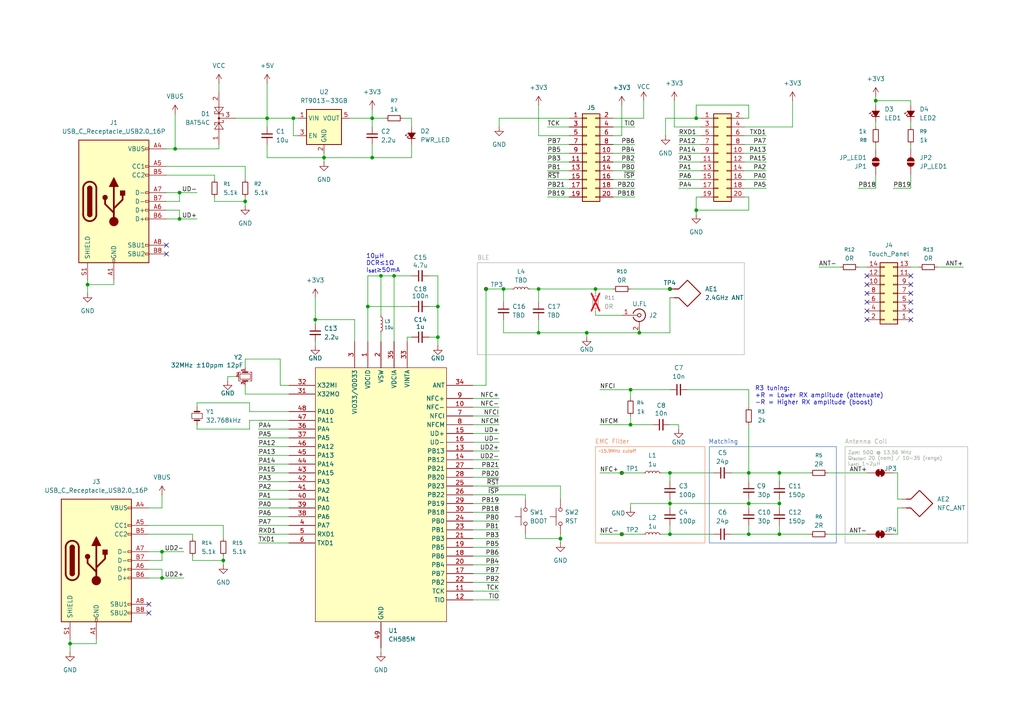
<source format=kicad_sch>
(kicad_sch
	(version 20250114)
	(generator "eeschema")
	(generator_version "9.0")
	(uuid "d907c913-5637-48db-a531-d06caa7527b7")
	(paper "A4")
	
	(rectangle
		(start 172.72 129.54)
		(end 204.47 157.48)
		(stroke
			(width 0)
			(type solid)
			(color 240 138 93 1)
		)
		(fill
			(type none)
		)
		(uuid 314e08a4-5aa0-4a37-9d7c-e42c93458895)
	)
	(rectangle
		(start 138.43 76.2)
		(end 215.9 102.87)
		(stroke
			(width 0)
			(type solid)
			(color 162 178 159 1)
		)
		(fill
			(type none)
		)
		(uuid 84f2554a-fff2-472a-9677-3a2f6dcc4cc4)
	)
	(rectangle
		(start 205.74 129.54)
		(end 242.57 157.48)
		(stroke
			(width 0)
			(type solid)
			(color 63 114 175 1)
		)
		(fill
			(type none)
		)
		(uuid bd1cb372-ad8f-459c-9968-cd7acc32e50d)
	)
	(rectangle
		(start 245.11 129.54)
		(end 280.67 157.48)
		(stroke
			(width 0)
			(type solid)
			(color 162 178 159 1)
		)
		(fill
			(type none)
		)
		(uuid fcbeebe5-45a5-49fd-b3a6-615c2a92442b)
	)
	(text "Matching"
		(exclude_from_sim no)
		(at 209.804 128.27 0)
		(effects
			(font
				(size 1.27 1.27)
				(color 63 114 175 1)
			)
		)
		(uuid "02c8dd73-5513-4742-b779-664563cb8ee5")
	)
	(text "R3 tuning:\n+R = Lower RX amplitude (attenuate)\n-R = Higher RX amplitude (boost)"
		(exclude_from_sim no)
		(at 218.948 114.808 0)
		(effects
			(font
				(size 1.27 1.27)
			)
			(justify left)
		)
		(uuid "20865698-c770-49d1-9af3-3d9cff7b3622")
	)
	(text "Antenna Coil"
		(exclude_from_sim no)
		(at 251.206 128.27 0)
		(effects
			(font
				(size 1.27 1.27)
				(color 162 178 159 1)
			)
		)
		(uuid "238671be-1d2b-42b4-8992-a33b975c56e6")
	)
	(text "Z_{diff​}: 50Ω @ 13.56 MHz\nQ_{factor​}: 20 (nom) / 10-35 (range)\nL_{ant​}: 1∼2μH"
		(exclude_from_sim no)
		(at 245.872 133.096 0)
		(effects
			(font
				(size 1.016 1.016)
				(color 162 178 159 1)
			)
			(justify left)
		)
		(uuid "44298d1c-a519-4e12-9480-2d6efaabc8e3")
	)
	(text "BLE"
		(exclude_from_sim no)
		(at 140.208 74.93 0)
		(effects
			(font
				(size 1.27 1.27)
				(color 162 178 159 1)
			)
		)
		(uuid "61a52838-0039-488a-bc13-5ee901c6366a")
	)
	(text "~15.9MHz cutoff"
		(exclude_from_sim no)
		(at 179.07 131.064 0)
		(effects
			(font
				(size 0.889 0.889)
				(color 240 138 93 1)
			)
		)
		(uuid "7a867112-4909-4659-aa66-19f391af1d30")
	)
	(text "10µH\nDCR≤1Ω\nI_{sat}≥50mA"
		(exclude_from_sim no)
		(at 106.172 76.454 0)
		(effects
			(font
				(size 1.27 1.27)
			)
			(justify left)
		)
		(uuid "ba1293c1-5724-49ed-90bd-c33afc82b712")
	)
	(text "EMC Filter"
		(exclude_from_sim no)
		(at 177.546 128.27 0)
		(effects
			(font
				(size 1.27 1.27)
				(color 240 138 93 1)
			)
		)
		(uuid "efc8adf4-2b3f-4f20-bceb-c8a9a444986a")
	)
	(junction
		(at 217.17 137.16)
		(diameter 0)
		(color 0 0 0 0)
		(uuid "077b2692-f9c0-4bbb-922a-a66531cb5380")
	)
	(junction
		(at 110.49 80.01)
		(diameter 0)
		(color 0 0 0 0)
		(uuid "08619c93-71fe-44ee-9f24-003a6bd79ce8")
	)
	(junction
		(at 146.05 83.82)
		(diameter 0)
		(color 0 0 0 0)
		(uuid "0c058a06-c16b-436e-9df7-ff2795f96802")
	)
	(junction
		(at 226.06 137.16)
		(diameter 0)
		(color 0 0 0 0)
		(uuid "10b69c2c-fd44-4505-b85c-675222bf1f22")
	)
	(junction
		(at 156.21 96.52)
		(diameter 0)
		(color 0 0 0 0)
		(uuid "163f965c-01d2-40c5-bdf1-a2628357c056")
	)
	(junction
		(at 50.8 43.18)
		(diameter 0)
		(color 0 0 0 0)
		(uuid "1eb828c4-b1e7-49dc-8dc6-253acef9780c")
	)
	(junction
		(at 217.17 154.94)
		(diameter 0)
		(color 0 0 0 0)
		(uuid "2034a213-6990-4c53-a168-d3e20e133ff0")
	)
	(junction
		(at 127 97.79)
		(diameter 0)
		(color 0 0 0 0)
		(uuid "2154693b-285b-4382-a2f4-392e637b9293")
	)
	(junction
		(at 25.4 82.55)
		(diameter 0)
		(color 0 0 0 0)
		(uuid "269400b2-a74c-44c2-b98b-7a88524aa2be")
	)
	(junction
		(at 77.47 34.29)
		(diameter 0)
		(color 0 0 0 0)
		(uuid "3d2b5798-a2bf-4198-a199-742f4e1db3b5")
	)
	(junction
		(at 254 29.21)
		(diameter 0)
		(color 0 0 0 0)
		(uuid "42ea5126-7601-48c1-9509-777add38a460")
	)
	(junction
		(at 217.17 146.05)
		(diameter 0)
		(color 0 0 0 0)
		(uuid "439edad5-4d03-4ef4-b371-a49ea404682f")
	)
	(junction
		(at 170.18 96.52)
		(diameter 0)
		(color 0 0 0 0)
		(uuid "4ce57a35-14d8-48c6-aaa8-409a8ffdaa55")
	)
	(junction
		(at 182.88 123.19)
		(diameter 0)
		(color 0 0 0 0)
		(uuid "4e64f0a9-afe1-495b-9b8d-4e111435e4bd")
	)
	(junction
		(at 185.42 96.52)
		(diameter 0)
		(color 0 0 0 0)
		(uuid "5ae32426-de1c-4384-b631-74bdd9af2445")
	)
	(junction
		(at 71.12 58.42)
		(diameter 0)
		(color 0 0 0 0)
		(uuid "6e71c664-4704-481e-8f57-4993f501d352")
	)
	(junction
		(at 226.06 146.05)
		(diameter 0)
		(color 0 0 0 0)
		(uuid "7040a6f5-f542-4569-8d2c-d781297cb7ce")
	)
	(junction
		(at 180.34 137.16)
		(diameter 0)
		(color 0 0 0 0)
		(uuid "74c07b15-e414-453e-9cd9-1cc4884d2c4f")
	)
	(junction
		(at 20.32 186.69)
		(diameter 0)
		(color 0 0 0 0)
		(uuid "74e5c905-7597-4449-be1c-996a65292304")
	)
	(junction
		(at 156.21 83.82)
		(diameter 0)
		(color 0 0 0 0)
		(uuid "77028543-4b88-47d9-b513-84a90c796796")
	)
	(junction
		(at 194.31 154.94)
		(diameter 0)
		(color 0 0 0 0)
		(uuid "79f88b84-2bf1-454c-a4d4-826205b9ac1c")
	)
	(junction
		(at 226.06 154.94)
		(diameter 0)
		(color 0 0 0 0)
		(uuid "7a1502e7-911b-47cd-a5cd-b3f42809b407")
	)
	(junction
		(at 91.44 92.71)
		(diameter 0)
		(color 0 0 0 0)
		(uuid "86a06d71-a3e8-4252-94b5-46b0471461a2")
	)
	(junction
		(at 201.93 60.96)
		(diameter 0)
		(color 0 0 0 0)
		(uuid "91e65f45-8c9b-4512-8f2d-d0b7653422ea")
	)
	(junction
		(at 93.98 45.72)
		(diameter 0)
		(color 0 0 0 0)
		(uuid "9a1b4982-85f7-4262-b40b-598131d527de")
	)
	(junction
		(at 194.31 146.05)
		(diameter 0)
		(color 0 0 0 0)
		(uuid "a31d8fa0-925a-4f91-9c19-da201f331452")
	)
	(junction
		(at 194.31 137.16)
		(diameter 0)
		(color 0 0 0 0)
		(uuid "afa069cb-383c-4b71-b368-6c21e8d1f9f1")
	)
	(junction
		(at 64.77 162.56)
		(diameter 0)
		(color 0 0 0 0)
		(uuid "b307f66b-e0ea-45ed-94a1-22ae94d99b8a")
	)
	(junction
		(at 172.72 83.82)
		(diameter 0)
		(color 0 0 0 0)
		(uuid "b5c2419e-ca8c-4e92-aad7-6bfd31c92f7d")
	)
	(junction
		(at 46.99 160.02)
		(diameter 0)
		(color 0 0 0 0)
		(uuid "b5c4a87e-eb3d-4ea0-9a0b-d2d8af5edae4")
	)
	(junction
		(at 85.09 34.29)
		(diameter 0)
		(color 0 0 0 0)
		(uuid "b8b181bd-3fe1-49d6-91fe-79afd9205d1f")
	)
	(junction
		(at 52.07 63.5)
		(diameter 0)
		(color 0 0 0 0)
		(uuid "bba4565a-8842-49c8-8d42-a056e2dbcd09")
	)
	(junction
		(at 180.34 154.94)
		(diameter 0)
		(color 0 0 0 0)
		(uuid "bc56166b-96b1-4cc5-8391-2858236b401f")
	)
	(junction
		(at 201.93 34.29)
		(diameter 0)
		(color 0 0 0 0)
		(uuid "c2de920a-1466-4571-973a-22966caafb1d")
	)
	(junction
		(at 114.3 80.01)
		(diameter 0)
		(color 0 0 0 0)
		(uuid "c46bee5d-cbce-4188-b9aa-10348b6e43dd")
	)
	(junction
		(at 162.56 156.21)
		(diameter 0)
		(color 0 0 0 0)
		(uuid "c7e300ff-a4d4-454a-b509-04d7c9214f4c")
	)
	(junction
		(at 194.31 83.82)
		(diameter 0)
		(color 0 0 0 0)
		(uuid "c9a448fb-1cdb-4069-8260-384d96cceeaf")
	)
	(junction
		(at 52.07 55.88)
		(diameter 0)
		(color 0 0 0 0)
		(uuid "d8e36d34-69eb-4fd8-afa1-782be87c9e1c")
	)
	(junction
		(at 106.68 88.9)
		(diameter 0)
		(color 0 0 0 0)
		(uuid "dbbbbce4-afe3-4bae-8e75-85ed03cb260e")
	)
	(junction
		(at 140.97 83.82)
		(diameter 0)
		(color 0 0 0 0)
		(uuid "dc17a422-bf1e-49a3-863a-f18e72bc4c6b")
	)
	(junction
		(at 107.95 34.29)
		(diameter 0)
		(color 0 0 0 0)
		(uuid "dece10d0-3f46-47e6-95c5-8bf325feea8c")
	)
	(junction
		(at 182.88 113.03)
		(diameter 0)
		(color 0 0 0 0)
		(uuid "e166fc60-ead3-49d9-b92a-38bb2f018417")
	)
	(junction
		(at 127 88.9)
		(diameter 0)
		(color 0 0 0 0)
		(uuid "eb0a5662-1fa7-47d9-8ab3-f8adab4480e5")
	)
	(junction
		(at 46.99 167.64)
		(diameter 0)
		(color 0 0 0 0)
		(uuid "ecfcc0f2-43cc-4f34-8aa5-5b53a7797805")
	)
	(junction
		(at 107.95 45.72)
		(diameter 0)
		(color 0 0 0 0)
		(uuid "f15f7f3d-a431-42ce-b8fe-455cce7be03a")
	)
	(no_connect
		(at 251.46 80.01)
		(uuid "038ae50e-2737-4aa2-86bc-8338c23d9815")
	)
	(no_connect
		(at 251.46 92.71)
		(uuid "37176be8-b1d8-4b5f-a3c7-dff4ee553ca1")
	)
	(no_connect
		(at 264.16 82.55)
		(uuid "4505fa87-7caf-4aae-bb78-cad8af82c434")
	)
	(no_connect
		(at 264.16 92.71)
		(uuid "55778d73-7fd9-4854-ad46-3a0f3a84cc37")
	)
	(no_connect
		(at 48.26 71.12)
		(uuid "5fbc37bc-2eb9-4304-8e80-824b7e2486ff")
	)
	(no_connect
		(at 264.16 87.63)
		(uuid "62f0eef0-8984-44c6-afb6-47ce30166a20")
	)
	(no_connect
		(at 264.16 80.01)
		(uuid "762901ae-77bd-4907-aa34-daecf505df57")
	)
	(no_connect
		(at 264.16 85.09)
		(uuid "98e98814-25c8-4886-974c-88c625dedcd8")
	)
	(no_connect
		(at 264.16 90.17)
		(uuid "9f05b483-52df-44c5-beab-c6403bee577d")
	)
	(no_connect
		(at 251.46 87.63)
		(uuid "a0653771-6f5c-40a1-a71f-03951a381e52")
	)
	(no_connect
		(at 251.46 85.09)
		(uuid "af57390b-ee09-4df4-9367-bf4a1999a742")
	)
	(no_connect
		(at 43.18 175.26)
		(uuid "ba0c3db3-fb5b-4907-a8a9-210746ecfd44")
	)
	(no_connect
		(at 251.46 82.55)
		(uuid "d7d082dd-9a5e-4a01-8ebd-85b595ece142")
	)
	(no_connect
		(at 43.18 177.8)
		(uuid "d85d81ff-36f4-41c0-80c5-e6524c5f32b5")
	)
	(no_connect
		(at 48.26 73.66)
		(uuid "e9b917a4-e039-4965-8130-df4515a11dbb")
	)
	(no_connect
		(at 251.46 90.17)
		(uuid "f2a7195e-9145-4442-a391-15152a3403e8")
	)
	(wire
		(pts
			(xy 55.88 154.94) (xy 55.88 156.21)
		)
		(stroke
			(width 0)
			(type default)
		)
		(uuid "018a9d13-7b8b-48f8-8eee-fdae370b7342")
	)
	(wire
		(pts
			(xy 83.82 111.76) (xy 81.28 111.76)
		)
		(stroke
			(width 0)
			(type default)
		)
		(uuid "01ddc750-f994-4289-94ef-40d5233aa31c")
	)
	(wire
		(pts
			(xy 260.35 154.94) (xy 260.35 147.32)
		)
		(stroke
			(width 0)
			(type default)
		)
		(uuid "020bc936-7fdf-4f23-a19f-d49122a93c82")
	)
	(wire
		(pts
			(xy 201.93 60.96) (xy 217.17 60.96)
		)
		(stroke
			(width 0)
			(type default)
		)
		(uuid "0332b437-0424-4146-8f58-b5b7f8b18d6c")
	)
	(wire
		(pts
			(xy 193.04 34.29) (xy 193.04 39.37)
		)
		(stroke
			(width 0)
			(type default)
		)
		(uuid "038e06cf-e705-42d7-bd8c-9bd2fb9e058a")
	)
	(wire
		(pts
			(xy 74.93 139.7) (xy 83.82 139.7)
		)
		(stroke
			(width 0)
			(type default)
		)
		(uuid "03f77936-a02f-4b6a-8db2-37bbcf8e2aa6")
	)
	(wire
		(pts
			(xy 140.97 83.82) (xy 140.97 111.76)
		)
		(stroke
			(width 0)
			(type default)
		)
		(uuid "04672f76-87a6-47ea-8817-51f6c14480a0")
	)
	(wire
		(pts
			(xy 110.49 80.01) (xy 110.49 91.44)
		)
		(stroke
			(width 0)
			(type default)
		)
		(uuid "04ee4b38-9117-4810-bc0e-922aaf324aaf")
	)
	(wire
		(pts
			(xy 64.77 162.56) (xy 64.77 163.83)
		)
		(stroke
			(width 0)
			(type default)
		)
		(uuid "053dfd7a-7c77-43e3-a9b8-63cb9b78534a")
	)
	(wire
		(pts
			(xy 215.9 34.29) (xy 217.17 34.29)
		)
		(stroke
			(width 0)
			(type default)
		)
		(uuid "05910d13-bf24-4f22-b382-86cae93a1cec")
	)
	(wire
		(pts
			(xy 144.78 166.37) (xy 137.16 166.37)
		)
		(stroke
			(width 0)
			(type default)
		)
		(uuid "07f82854-eccc-4f2f-aa6e-71fe82249cba")
	)
	(wire
		(pts
			(xy 177.8 57.15) (xy 184.15 57.15)
		)
		(stroke
			(width 0)
			(type default)
		)
		(uuid "0876bf95-e7e9-453c-af75-d13dcb83ecf1")
	)
	(wire
		(pts
			(xy 254 29.21) (xy 264.16 29.21)
		)
		(stroke
			(width 0)
			(type default)
		)
		(uuid "08b1c127-05a1-4ba0-a38b-26f789504976")
	)
	(wire
		(pts
			(xy 74.93 147.32) (xy 83.82 147.32)
		)
		(stroke
			(width 0)
			(type default)
		)
		(uuid "08f10e9d-5978-42ac-a7a6-0f8a7b542aac")
	)
	(wire
		(pts
			(xy 182.88 120.65) (xy 182.88 123.19)
		)
		(stroke
			(width 0)
			(type default)
		)
		(uuid "08fdb2b7-1a24-4ab2-9324-1907785292f9")
	)
	(wire
		(pts
			(xy 72.39 116.84) (xy 72.39 119.38)
		)
		(stroke
			(width 0)
			(type default)
		)
		(uuid "090bf29d-a5ed-4c99-82fe-3fd713d489a2")
	)
	(wire
		(pts
			(xy 107.95 31.75) (xy 107.95 34.29)
		)
		(stroke
			(width 0)
			(type default)
		)
		(uuid "099665cf-b049-4674-8982-24fa94187499")
	)
	(wire
		(pts
			(xy 182.88 123.19) (xy 189.23 123.19)
		)
		(stroke
			(width 0)
			(type default)
		)
		(uuid "0ad4383d-1933-439d-993a-a12f407421f5")
	)
	(wire
		(pts
			(xy 144.78 163.83) (xy 137.16 163.83)
		)
		(stroke
			(width 0)
			(type default)
		)
		(uuid "0b89bb13-dfb7-490c-9421-2bfd45d279a8")
	)
	(wire
		(pts
			(xy 182.88 146.05) (xy 194.31 146.05)
		)
		(stroke
			(width 0)
			(type default)
		)
		(uuid "0b995dba-6b99-4236-b742-e9050e478457")
	)
	(wire
		(pts
			(xy 50.8 43.18) (xy 63.5 43.18)
		)
		(stroke
			(width 0)
			(type default)
		)
		(uuid "0c1cacfd-6548-48a8-aeea-07f1b91e2aad")
	)
	(wire
		(pts
			(xy 144.78 125.73) (xy 137.16 125.73)
		)
		(stroke
			(width 0)
			(type default)
		)
		(uuid "0d380b22-5222-477e-9780-3eb6fb6d0cc0")
	)
	(wire
		(pts
			(xy 194.31 137.16) (xy 194.31 139.7)
		)
		(stroke
			(width 0)
			(type default)
		)
		(uuid "0de4189f-431a-460c-8189-7345e1512df0")
	)
	(wire
		(pts
			(xy 182.88 83.82) (xy 194.31 83.82)
		)
		(stroke
			(width 0)
			(type default)
		)
		(uuid "0e24a5c1-8850-4058-8446-bc051c33f4dc")
	)
	(wire
		(pts
			(xy 180.34 39.37) (xy 180.34 30.48)
		)
		(stroke
			(width 0)
			(type default)
		)
		(uuid "0f9f2660-7449-410f-babb-7e2c7b3623de")
	)
	(wire
		(pts
			(xy 71.12 58.42) (xy 71.12 57.15)
		)
		(stroke
			(width 0)
			(type default)
		)
		(uuid "0fb75524-a733-41be-9ff4-d1d5fa7c8d97")
	)
	(wire
		(pts
			(xy 119.38 41.91) (xy 119.38 45.72)
		)
		(stroke
			(width 0)
			(type default)
		)
		(uuid "0fdbae94-4179-42b6-ab57-61fe6f72eb6b")
	)
	(wire
		(pts
			(xy 165.1 34.29) (xy 144.78 34.29)
		)
		(stroke
			(width 0)
			(type default)
		)
		(uuid "101b33a7-45f5-4a8b-80eb-2e63b9f10260")
	)
	(wire
		(pts
			(xy 212.09 154.94) (xy 217.17 154.94)
		)
		(stroke
			(width 0)
			(type default)
		)
		(uuid "10922502-426e-44d1-8d5a-de4456ad88f5")
	)
	(wire
		(pts
			(xy 156.21 92.71) (xy 156.21 96.52)
		)
		(stroke
			(width 0)
			(type default)
		)
		(uuid "10a77673-058d-4c53-9ca3-8e8330b16aac")
	)
	(wire
		(pts
			(xy 48.26 48.26) (xy 71.12 48.26)
		)
		(stroke
			(width 0)
			(type default)
		)
		(uuid "185b02f8-3886-4135-a478-8166ae415092")
	)
	(wire
		(pts
			(xy 74.93 134.62) (xy 83.82 134.62)
		)
		(stroke
			(width 0)
			(type default)
		)
		(uuid "196f04ec-e572-46c2-991d-da41b4c20dba")
	)
	(wire
		(pts
			(xy 177.8 34.29) (xy 186.69 34.29)
		)
		(stroke
			(width 0)
			(type default)
		)
		(uuid "1aa1b710-6fe4-42f5-a16e-ef8e8ea4e22c")
	)
	(wire
		(pts
			(xy 137.16 118.11) (xy 144.78 118.11)
		)
		(stroke
			(width 0)
			(type default)
		)
		(uuid "1c51c689-1819-411a-b5b6-7c41fe8757f1")
	)
	(wire
		(pts
			(xy 71.12 104.14) (xy 71.12 106.68)
		)
		(stroke
			(width 0)
			(type default)
		)
		(uuid "1e418eb6-cd3e-43bc-988f-b97673f28186")
	)
	(wire
		(pts
			(xy 217.17 144.78) (xy 217.17 146.05)
		)
		(stroke
			(width 0)
			(type default)
		)
		(uuid "1f51b263-8d4f-439c-bca8-887a8d668a26")
	)
	(wire
		(pts
			(xy 196.85 41.91) (xy 203.2 41.91)
		)
		(stroke
			(width 0)
			(type default)
		)
		(uuid "1f958b37-b5d6-4635-8d09-db4e6b876941")
	)
	(wire
		(pts
			(xy 217.17 154.94) (xy 226.06 154.94)
		)
		(stroke
			(width 0)
			(type default)
		)
		(uuid "2039eafa-ffec-459f-adba-6919cafce44f")
	)
	(wire
		(pts
			(xy 170.18 96.52) (xy 185.42 96.52)
		)
		(stroke
			(width 0)
			(type default)
		)
		(uuid "20d1e53e-3d22-40f3-a46a-fcaca843d92b")
	)
	(wire
		(pts
			(xy 153.67 83.82) (xy 156.21 83.82)
		)
		(stroke
			(width 0)
			(type default)
		)
		(uuid "2258e8df-6810-4b48-8e9c-f1fecb74a2a1")
	)
	(wire
		(pts
			(xy 72.39 124.46) (xy 57.15 124.46)
		)
		(stroke
			(width 0)
			(type default)
		)
		(uuid "2336213b-4374-4843-abf9-7ebb489283ac")
	)
	(wire
		(pts
			(xy 196.85 54.61) (xy 203.2 54.61)
		)
		(stroke
			(width 0)
			(type default)
		)
		(uuid "24fb9d30-8715-4a39-a52d-c4bbc40f41f2")
	)
	(wire
		(pts
			(xy 48.26 58.42) (xy 52.07 58.42)
		)
		(stroke
			(width 0)
			(type default)
		)
		(uuid "25ce0276-9684-4b23-b2bd-8def882d6e94")
	)
	(wire
		(pts
			(xy 74.93 154.94) (xy 83.82 154.94)
		)
		(stroke
			(width 0)
			(type default)
		)
		(uuid "27d843dd-9f42-4f80-8b1a-d0a22e1dd540")
	)
	(wire
		(pts
			(xy 177.8 39.37) (xy 180.34 39.37)
		)
		(stroke
			(width 0)
			(type default)
		)
		(uuid "27dd48be-ff5c-4b0e-a160-1764e0a0427a")
	)
	(wire
		(pts
			(xy 74.93 124.46) (xy 83.82 124.46)
		)
		(stroke
			(width 0)
			(type default)
		)
		(uuid "2b79580e-d00b-4e38-8a97-9edc16d17206")
	)
	(wire
		(pts
			(xy 144.78 128.27) (xy 137.16 128.27)
		)
		(stroke
			(width 0)
			(type default)
		)
		(uuid "2bb27b42-720c-4a97-9bf1-cd9d4cf5dbcd")
	)
	(wire
		(pts
			(xy 43.18 147.32) (xy 46.99 147.32)
		)
		(stroke
			(width 0)
			(type default)
		)
		(uuid "2bddfea0-d0a5-44fd-8132-9c02d8de5180")
	)
	(wire
		(pts
			(xy 259.08 154.94) (xy 260.35 154.94)
		)
		(stroke
			(width 0)
			(type default)
		)
		(uuid "2d6e14a9-d2f6-4c75-936a-7a7752cb3831")
	)
	(wire
		(pts
			(xy 106.68 80.01) (xy 110.49 80.01)
		)
		(stroke
			(width 0)
			(type default)
		)
		(uuid "2e1ac8b2-8db5-4153-86b8-29d01e66eb83")
	)
	(wire
		(pts
			(xy 162.56 156.21) (xy 162.56 157.48)
		)
		(stroke
			(width 0)
			(type default)
		)
		(uuid "2eadf48b-4744-4d70-bd64-fab8e3c2ef5a")
	)
	(wire
		(pts
			(xy 196.85 123.19) (xy 196.85 124.46)
		)
		(stroke
			(width 0)
			(type default)
		)
		(uuid "2eb9fb3f-8d1a-4690-83f8-6191ef3e8d6f")
	)
	(wire
		(pts
			(xy 118.11 97.79) (xy 119.38 97.79)
		)
		(stroke
			(width 0)
			(type default)
		)
		(uuid "2f37a408-da4f-4621-ba66-ae5f118fccb4")
	)
	(wire
		(pts
			(xy 137.16 173.99) (xy 144.78 173.99)
		)
		(stroke
			(width 0)
			(type default)
		)
		(uuid "32bf4733-2470-42b0-894f-b3d6ddcd60fe")
	)
	(wire
		(pts
			(xy 127 80.01) (xy 127 88.9)
		)
		(stroke
			(width 0)
			(type default)
		)
		(uuid "35a2cb69-c963-4f2d-8442-60a6b6a0144b")
	)
	(wire
		(pts
			(xy 119.38 34.29) (xy 119.38 36.83)
		)
		(stroke
			(width 0)
			(type default)
		)
		(uuid "367ecda7-e439-4651-aaf0-c237f3ee5975")
	)
	(wire
		(pts
			(xy 177.8 46.99) (xy 184.15 46.99)
		)
		(stroke
			(width 0)
			(type default)
		)
		(uuid "36802748-d60f-42d5-9a45-8f0fcb838566")
	)
	(wire
		(pts
			(xy 43.18 165.1) (xy 46.99 165.1)
		)
		(stroke
			(width 0)
			(type default)
		)
		(uuid "37398f49-7c6b-4597-9c1a-77a8428ae513")
	)
	(wire
		(pts
			(xy 144.78 161.29) (xy 137.16 161.29)
		)
		(stroke
			(width 0)
			(type default)
		)
		(uuid "37db29c7-641f-4340-b22e-36beac2ccf89")
	)
	(wire
		(pts
			(xy 48.26 50.8) (xy 62.23 50.8)
		)
		(stroke
			(width 0)
			(type default)
		)
		(uuid "37fc1883-0b46-4762-bbe4-6c3befeb0fd5")
	)
	(wire
		(pts
			(xy 215.9 49.53) (xy 222.25 49.53)
		)
		(stroke
			(width 0)
			(type default)
		)
		(uuid "393ab2d9-48df-4609-bae6-3e74820d6ae3")
	)
	(wire
		(pts
			(xy 158.75 41.91) (xy 165.1 41.91)
		)
		(stroke
			(width 0)
			(type default)
		)
		(uuid "3a12eae5-4ae8-40db-a931-c12c199f2f7f")
	)
	(wire
		(pts
			(xy 226.06 154.94) (xy 226.06 152.4)
		)
		(stroke
			(width 0)
			(type default)
		)
		(uuid "3aecb31d-9159-467d-8888-fc9ff21eed06")
	)
	(wire
		(pts
			(xy 85.09 34.29) (xy 86.36 34.29)
		)
		(stroke
			(width 0)
			(type default)
		)
		(uuid "3b62ee5a-76a3-45ab-8541-fa6b22ef8108")
	)
	(wire
		(pts
			(xy 158.75 46.99) (xy 165.1 46.99)
		)
		(stroke
			(width 0)
			(type default)
		)
		(uuid "3be9b3ab-1909-4df6-acb4-9d62d06de411")
	)
	(wire
		(pts
			(xy 240.03 137.16) (xy 251.46 137.16)
		)
		(stroke
			(width 0)
			(type default)
		)
		(uuid "3c426bfc-8c62-4380-b32e-23d5f322864f")
	)
	(wire
		(pts
			(xy 81.28 111.76) (xy 81.28 104.14)
		)
		(stroke
			(width 0)
			(type default)
		)
		(uuid "3cba863a-20b6-4a9e-b6dd-34af5731aaa5")
	)
	(wire
		(pts
			(xy 158.75 44.45) (xy 165.1 44.45)
		)
		(stroke
			(width 0)
			(type default)
		)
		(uuid "3ce9fab7-c665-4ec1-a0fb-627088697023")
	)
	(wire
		(pts
			(xy 194.31 96.52) (xy 185.42 96.52)
		)
		(stroke
			(width 0)
			(type default)
		)
		(uuid "3d92617c-ee6e-43b7-80be-dbc7d9198e2d")
	)
	(wire
		(pts
			(xy 254 35.56) (xy 254 36.83)
		)
		(stroke
			(width 0)
			(type default)
		)
		(uuid "3db2c5bc-9f0b-489e-8e3a-68706cfd4414")
	)
	(wire
		(pts
			(xy 194.31 137.16) (xy 207.01 137.16)
		)
		(stroke
			(width 0)
			(type default)
		)
		(uuid "3f410a62-6ab6-404f-b51f-4145e386f8dd")
	)
	(wire
		(pts
			(xy 46.99 160.02) (xy 43.18 160.02)
		)
		(stroke
			(width 0)
			(type default)
		)
		(uuid "3f6aeed9-23ce-496e-9b54-501f9b93af2d")
	)
	(wire
		(pts
			(xy 72.39 121.92) (xy 72.39 124.46)
		)
		(stroke
			(width 0)
			(type default)
		)
		(uuid "400ae794-71be-4ebf-94c6-6d517a08f632")
	)
	(wire
		(pts
			(xy 217.17 118.11) (xy 217.17 113.03)
		)
		(stroke
			(width 0)
			(type default)
		)
		(uuid "401341e5-0b06-4458-9f5d-199de0f00ce4")
	)
	(wire
		(pts
			(xy 110.49 96.52) (xy 110.49 99.06)
		)
		(stroke
			(width 0)
			(type default)
		)
		(uuid "4146fa6b-0ce5-4008-8b89-3e5fbf805fef")
	)
	(wire
		(pts
			(xy 237.49 77.47) (xy 243.84 77.47)
		)
		(stroke
			(width 0)
			(type default)
		)
		(uuid "421d155d-492b-4820-9bb9-9d23f870b2c6")
	)
	(wire
		(pts
			(xy 156.21 83.82) (xy 156.21 87.63)
		)
		(stroke
			(width 0)
			(type default)
		)
		(uuid "42adc82e-2f96-4485-92e3-68e1d6f6f675")
	)
	(wire
		(pts
			(xy 271.78 77.47) (xy 279.4 77.47)
		)
		(stroke
			(width 0)
			(type default)
		)
		(uuid "42ff34b4-4182-44a9-941c-a070d46260c6")
	)
	(wire
		(pts
			(xy 217.17 34.29) (xy 217.17 30.48)
		)
		(stroke
			(width 0)
			(type default)
		)
		(uuid "43150c29-3a2b-4921-a2b8-88c5553d4981")
	)
	(wire
		(pts
			(xy 217.17 137.16) (xy 217.17 123.19)
		)
		(stroke
			(width 0)
			(type default)
		)
		(uuid "444830c6-50e1-483f-8b0e-f8de5a393218")
	)
	(wire
		(pts
			(xy 144.78 138.43) (xy 137.16 138.43)
		)
		(stroke
			(width 0)
			(type default)
		)
		(uuid "44e6e1c9-4acb-4720-afca-9a39a7350f8b")
	)
	(wire
		(pts
			(xy 124.46 88.9) (xy 127 88.9)
		)
		(stroke
			(width 0)
			(type default)
		)
		(uuid "470ac263-0b35-48dc-9135-af9e56a29052")
	)
	(wire
		(pts
			(xy 137.16 140.97) (xy 162.56 140.97)
		)
		(stroke
			(width 0)
			(type default)
		)
		(uuid "4912c2ca-c632-4aee-a03d-82e2aa24e3d1")
	)
	(wire
		(pts
			(xy 144.78 151.13) (xy 137.16 151.13)
		)
		(stroke
			(width 0)
			(type default)
		)
		(uuid "496db618-af34-44be-99a9-74c10d8f9b11")
	)
	(wire
		(pts
			(xy 144.78 168.91) (xy 137.16 168.91)
		)
		(stroke
			(width 0)
			(type default)
		)
		(uuid "4a00a388-d232-46b1-a8c1-3ef975ea8284")
	)
	(wire
		(pts
			(xy 248.92 54.61) (xy 254 54.61)
		)
		(stroke
			(width 0)
			(type default)
		)
		(uuid "4ae6d59e-e3c6-4a0e-ad16-51ecd8e39dd1")
	)
	(wire
		(pts
			(xy 152.4 156.21) (xy 152.4 154.94)
		)
		(stroke
			(width 0)
			(type default)
		)
		(uuid "4afbc7b7-2ce2-43f4-98dd-97a29cf3c9b7")
	)
	(wire
		(pts
			(xy 156.21 96.52) (xy 146.05 96.52)
		)
		(stroke
			(width 0)
			(type default)
		)
		(uuid "4b1fdf9f-e186-4019-b1e7-5ac6fd24bfc8")
	)
	(wire
		(pts
			(xy 124.46 80.01) (xy 127 80.01)
		)
		(stroke
			(width 0)
			(type default)
		)
		(uuid "4b7f0fbf-b602-44f9-a210-71d2da38e27d")
	)
	(wire
		(pts
			(xy 72.39 116.84) (xy 57.15 116.84)
		)
		(stroke
			(width 0)
			(type default)
		)
		(uuid "4cbf4467-96a2-4cc3-9e6f-258bbf5bcf8a")
	)
	(wire
		(pts
			(xy 102.87 92.71) (xy 102.87 99.06)
		)
		(stroke
			(width 0)
			(type default)
		)
		(uuid "4ce224c1-c732-4e75-85c9-a14eaf1cf1f6")
	)
	(wire
		(pts
			(xy 43.18 162.56) (xy 46.99 162.56)
		)
		(stroke
			(width 0)
			(type default)
		)
		(uuid "4e0cdc05-d41b-4937-90f7-2da763499d99")
	)
	(wire
		(pts
			(xy 215.9 57.15) (xy 217.17 57.15)
		)
		(stroke
			(width 0)
			(type default)
		)
		(uuid "4f22b308-ad23-4e39-95ab-33aea58624bc")
	)
	(wire
		(pts
			(xy 50.8 33.02) (xy 50.8 43.18)
		)
		(stroke
			(width 0)
			(type default)
		)
		(uuid "4fe9ef97-24f1-4f61-8edd-b3f0d87d0748")
	)
	(wire
		(pts
			(xy 260.35 147.32) (xy 261.62 147.32)
		)
		(stroke
			(width 0)
			(type default)
		)
		(uuid "50039771-a50b-43be-a31f-920fca7264b4")
	)
	(wire
		(pts
			(xy 260.35 137.16) (xy 260.35 144.78)
		)
		(stroke
			(width 0)
			(type default)
		)
		(uuid "506addfb-6e94-47da-9c52-de24148941d5")
	)
	(wire
		(pts
			(xy 254 29.21) (xy 254 30.48)
		)
		(stroke
			(width 0)
			(type default)
		)
		(uuid "5075aeda-1b9b-43c1-89b1-293088f632cb")
	)
	(wire
		(pts
			(xy 152.4 143.51) (xy 152.4 144.78)
		)
		(stroke
			(width 0)
			(type default)
		)
		(uuid "50863a4e-4cf8-4f7e-b813-40cfb37dbf28")
	)
	(wire
		(pts
			(xy 72.39 119.38) (xy 83.82 119.38)
		)
		(stroke
			(width 0)
			(type default)
		)
		(uuid "50ddd785-ba70-4c59-9db7-18c662d58f19")
	)
	(wire
		(pts
			(xy 137.16 115.57) (xy 144.78 115.57)
		)
		(stroke
			(width 0)
			(type default)
		)
		(uuid "51f40538-aed3-4f71-86da-128281031312")
	)
	(wire
		(pts
			(xy 259.08 137.16) (xy 260.35 137.16)
		)
		(stroke
			(width 0)
			(type default)
		)
		(uuid "5249bbba-6bea-4724-a93e-d9308189614e")
	)
	(wire
		(pts
			(xy 194.31 146.05) (xy 194.31 147.32)
		)
		(stroke
			(width 0)
			(type default)
		)
		(uuid "540f8cf2-9d6f-4318-8c04-a3f37270c057")
	)
	(wire
		(pts
			(xy 196.85 39.37) (xy 203.2 39.37)
		)
		(stroke
			(width 0)
			(type default)
		)
		(uuid "543fc0b0-c5aa-42ea-ae1f-f5692802b8f1")
	)
	(wire
		(pts
			(xy 107.95 45.72) (xy 107.95 41.91)
		)
		(stroke
			(width 0)
			(type default)
		)
		(uuid "553d5254-c9a5-4934-880c-9f71d5f2746f")
	)
	(wire
		(pts
			(xy 226.06 146.05) (xy 226.06 147.32)
		)
		(stroke
			(width 0)
			(type default)
		)
		(uuid "5784c98b-2eb2-4bc5-b851-ea69b703614f")
	)
	(wire
		(pts
			(xy 110.49 187.96) (xy 110.49 189.23)
		)
		(stroke
			(width 0)
			(type default)
		)
		(uuid "57eaa415-a509-45bc-be59-64d2010545cd")
	)
	(wire
		(pts
			(xy 226.06 137.16) (xy 226.06 139.7)
		)
		(stroke
			(width 0)
			(type default)
		)
		(uuid "58832941-1c16-4e4c-9489-39ebe127672f")
	)
	(wire
		(pts
			(xy 182.88 113.03) (xy 182.88 115.57)
		)
		(stroke
			(width 0)
			(type default)
		)
		(uuid "59a5cffe-84ce-49f1-b7ec-32199198fcdc")
	)
	(wire
		(pts
			(xy 85.09 39.37) (xy 85.09 34.29)
		)
		(stroke
			(width 0)
			(type default)
		)
		(uuid "5a1032f2-9935-47e7-88c7-48d85005b904")
	)
	(wire
		(pts
			(xy 63.5 43.18) (xy 63.5 41.91)
		)
		(stroke
			(width 0)
			(type default)
		)
		(uuid "5b495b48-73e4-4c80-8162-95e25a650a4d")
	)
	(wire
		(pts
			(xy 158.75 54.61) (xy 165.1 54.61)
		)
		(stroke
			(width 0)
			(type default)
		)
		(uuid "5d839594-ebb8-4efb-82fe-e4aadc15074e")
	)
	(wire
		(pts
			(xy 137.16 143.51) (xy 152.4 143.51)
		)
		(stroke
			(width 0)
			(type default)
		)
		(uuid "5dd16296-7f00-452b-8d41-f075ce388936")
	)
	(wire
		(pts
			(xy 226.06 144.78) (xy 226.06 146.05)
		)
		(stroke
			(width 0)
			(type default)
		)
		(uuid "5dfe9730-6fd9-4f92-a2b7-c192bdc91592")
	)
	(wire
		(pts
			(xy 217.17 146.05) (xy 217.17 147.32)
		)
		(stroke
			(width 0)
			(type default)
		)
		(uuid "5facd1ea-865d-4095-a2f4-275ace561ac9")
	)
	(wire
		(pts
			(xy 140.97 83.82) (xy 146.05 83.82)
		)
		(stroke
			(width 0)
			(type default)
		)
		(uuid "603e5925-6f3b-41cf-9092-d77ce8655be2")
	)
	(wire
		(pts
			(xy 196.85 49.53) (xy 203.2 49.53)
		)
		(stroke
			(width 0)
			(type default)
		)
		(uuid "60542485-f9d8-42f0-b037-47fd6403c9fa")
	)
	(wire
		(pts
			(xy 215.9 52.07) (xy 222.25 52.07)
		)
		(stroke
			(width 0)
			(type default)
		)
		(uuid "60f2fd5f-6a59-4349-a59e-cefecaa0ab51")
	)
	(wire
		(pts
			(xy 203.2 36.83) (xy 195.58 36.83)
		)
		(stroke
			(width 0)
			(type default)
		)
		(uuid "62c15336-1691-43ac-a6e5-1e88ca091472")
	)
	(wire
		(pts
			(xy 102.87 92.71) (xy 91.44 92.71)
		)
		(stroke
			(width 0)
			(type default)
		)
		(uuid "6486d0e3-4dfb-4168-a048-14d3d00692ab")
	)
	(wire
		(pts
			(xy 217.17 113.03) (xy 199.39 113.03)
		)
		(stroke
			(width 0)
			(type default)
		)
		(uuid "651d780d-0171-4952-8e0f-902ea5f03f1c")
	)
	(wire
		(pts
			(xy 91.44 86.36) (xy 91.44 92.71)
		)
		(stroke
			(width 0)
			(type default)
		)
		(uuid "667fa1a1-5705-4dec-8333-e57196926bd6")
	)
	(wire
		(pts
			(xy 116.84 34.29) (xy 119.38 34.29)
		)
		(stroke
			(width 0)
			(type default)
		)
		(uuid "68ba982d-d518-499e-a2ee-8107e85de638")
	)
	(wire
		(pts
			(xy 62.23 50.8) (xy 62.23 52.07)
		)
		(stroke
			(width 0)
			(type default)
		)
		(uuid "68c29718-35e1-4e21-af1a-b2b631fd5c2d")
	)
	(wire
		(pts
			(xy 248.92 77.47) (xy 251.46 77.47)
		)
		(stroke
			(width 0)
			(type default)
		)
		(uuid "68e0e5ff-3f71-4186-b052-a3b60d690369")
	)
	(wire
		(pts
			(xy 43.18 154.94) (xy 55.88 154.94)
		)
		(stroke
			(width 0)
			(type default)
		)
		(uuid "6aa72874-b4d9-47ad-bce5-cf36105d08cb")
	)
	(wire
		(pts
			(xy 27.94 186.69) (xy 27.94 185.42)
		)
		(stroke
			(width 0)
			(type default)
		)
		(uuid "6b8e008b-5ee2-42d2-9d62-084fec17c6b7")
	)
	(wire
		(pts
			(xy 74.93 152.4) (xy 83.82 152.4)
		)
		(stroke
			(width 0)
			(type default)
		)
		(uuid "6ba0b90b-ed65-4d2d-a99b-7f4e6cbe88ba")
	)
	(wire
		(pts
			(xy 107.95 34.29) (xy 107.95 36.83)
		)
		(stroke
			(width 0)
			(type default)
		)
		(uuid "6bbf946e-64a9-4959-9917-ff5011648c98")
	)
	(wire
		(pts
			(xy 144.78 148.59) (xy 137.16 148.59)
		)
		(stroke
			(width 0)
			(type default)
		)
		(uuid "6bf1bba7-9d40-42a8-a105-3bf8921ef5cc")
	)
	(wire
		(pts
			(xy 77.47 34.29) (xy 77.47 36.83)
		)
		(stroke
			(width 0)
			(type default)
		)
		(uuid "6d19b6b4-1c9b-42e1-a0d2-76683f0aacc7")
	)
	(wire
		(pts
			(xy 106.68 88.9) (xy 106.68 80.01)
		)
		(stroke
			(width 0)
			(type default)
		)
		(uuid "6d5e751f-fa44-49b8-8750-1b5bd86eae3e")
	)
	(wire
		(pts
			(xy 144.78 146.05) (xy 137.16 146.05)
		)
		(stroke
			(width 0)
			(type default)
		)
		(uuid "6e8ee74d-1b05-40e3-8ee5-8292934ba6ea")
	)
	(wire
		(pts
			(xy 46.99 160.02) (xy 53.34 160.02)
		)
		(stroke
			(width 0)
			(type default)
		)
		(uuid "7029afd7-4630-403f-8658-5b0829746eb2")
	)
	(wire
		(pts
			(xy 144.78 158.75) (xy 137.16 158.75)
		)
		(stroke
			(width 0)
			(type default)
		)
		(uuid "707e8d49-eba6-4151-8e23-0af4152e045d")
	)
	(wire
		(pts
			(xy 137.16 171.45) (xy 144.78 171.45)
		)
		(stroke
			(width 0)
			(type default)
		)
		(uuid "70988907-5af4-48f7-9a8f-9c9a1ecc60a2")
	)
	(wire
		(pts
			(xy 177.8 44.45) (xy 184.15 44.45)
		)
		(stroke
			(width 0)
			(type default)
		)
		(uuid "728a1ca4-96f1-409e-a5a1-5725edfbd259")
	)
	(wire
		(pts
			(xy 52.07 63.5) (xy 57.15 63.5)
		)
		(stroke
			(width 0)
			(type default)
		)
		(uuid "729f8c86-5839-4f36-93dd-b6d05847d6c1")
	)
	(wire
		(pts
			(xy 140.97 111.76) (xy 137.16 111.76)
		)
		(stroke
			(width 0)
			(type default)
		)
		(uuid "745ea223-6bc5-4e8f-b1f8-b7fa0ae0a891")
	)
	(wire
		(pts
			(xy 74.93 132.08) (xy 83.82 132.08)
		)
		(stroke
			(width 0)
			(type default)
		)
		(uuid "750a55b1-91a8-4917-87db-b658c477b7b9")
	)
	(wire
		(pts
			(xy 191.77 137.16) (xy 194.31 137.16)
		)
		(stroke
			(width 0)
			(type default)
		)
		(uuid "75b2a244-3689-4d23-a189-3574d8f414c4")
	)
	(wire
		(pts
			(xy 74.93 144.78) (xy 83.82 144.78)
		)
		(stroke
			(width 0)
			(type default)
		)
		(uuid "786862a6-d31d-4f66-9754-3af87cf44657")
	)
	(wire
		(pts
			(xy 215.9 54.61) (xy 222.25 54.61)
		)
		(stroke
			(width 0)
			(type default)
		)
		(uuid "787aff99-6877-4cc1-8357-9d6e8d2912bc")
	)
	(wire
		(pts
			(xy 254 27.94) (xy 254 29.21)
		)
		(stroke
			(width 0)
			(type default)
		)
		(uuid "7a8818d6-3367-49ab-9b67-d67ac1785bdc")
	)
	(wire
		(pts
			(xy 180.34 154.94) (xy 186.69 154.94)
		)
		(stroke
			(width 0)
			(type default)
		)
		(uuid "7ae17c7a-0794-412a-b216-f17d564c7ebe")
	)
	(wire
		(pts
			(xy 264.16 30.48) (xy 264.16 29.21)
		)
		(stroke
			(width 0)
			(type default)
		)
		(uuid "7b0aaed0-427e-46fe-9c9a-24437e553d45")
	)
	(wire
		(pts
			(xy 46.99 167.64) (xy 53.34 167.64)
		)
		(stroke
			(width 0)
			(type default)
		)
		(uuid "7bd0ca60-9131-429d-a5f0-9cc36c40c1d3")
	)
	(wire
		(pts
			(xy 57.15 124.46) (xy 57.15 123.19)
		)
		(stroke
			(width 0)
			(type default)
		)
		(uuid "7be2cb84-b092-416d-aff5-4155f47ee5e9")
	)
	(wire
		(pts
			(xy 74.93 137.16) (xy 83.82 137.16)
		)
		(stroke
			(width 0)
			(type default)
		)
		(uuid "7bebf09d-1a31-452a-909e-4b361125256f")
	)
	(wire
		(pts
			(xy 196.85 52.07) (xy 203.2 52.07)
		)
		(stroke
			(width 0)
			(type default)
		)
		(uuid "7dd37431-36d6-4021-8c18-07f166a71b0c")
	)
	(wire
		(pts
			(xy 52.07 55.88) (xy 57.15 55.88)
		)
		(stroke
			(width 0)
			(type default)
		)
		(uuid "7ed1a0b4-fa89-455e-84ba-0852252145c3")
	)
	(wire
		(pts
			(xy 194.31 146.05) (xy 217.17 146.05)
		)
		(stroke
			(width 0)
			(type default)
		)
		(uuid "7fb00e97-779f-43dd-aff9-6dceddf95886")
	)
	(wire
		(pts
			(xy 146.05 83.82) (xy 146.05 87.63)
		)
		(stroke
			(width 0)
			(type default)
		)
		(uuid "80dd6111-bdd2-4958-9561-d105c50587a8")
	)
	(wire
		(pts
			(xy 64.77 162.56) (xy 64.77 161.29)
		)
		(stroke
			(width 0)
			(type default)
		)
		(uuid "8114c0f5-ff02-4e0b-9002-38872dbf098d")
	)
	(wire
		(pts
			(xy 137.16 123.19) (xy 144.78 123.19)
		)
		(stroke
			(width 0)
			(type default)
		)
		(uuid "83ed2806-db45-48f5-8384-b789ca946196")
	)
	(wire
		(pts
			(xy 144.78 34.29) (xy 144.78 36.83)
		)
		(stroke
			(width 0)
			(type default)
		)
		(uuid "844165d3-97cd-453a-ace4-a4b9b105561c")
	)
	(wire
		(pts
			(xy 215.9 39.37) (xy 222.25 39.37)
		)
		(stroke
			(width 0)
			(type default)
		)
		(uuid "8492adf9-bdfd-4d25-8ce1-9c5c98c8fbeb")
	)
	(wire
		(pts
			(xy 229.87 36.83) (xy 229.87 29.21)
		)
		(stroke
			(width 0)
			(type default)
		)
		(uuid "886a0d62-63e7-4f1b-a740-d8f3aa42174b")
	)
	(wire
		(pts
			(xy 25.4 82.55) (xy 33.02 82.55)
		)
		(stroke
			(width 0)
			(type default)
		)
		(uuid "88d98c48-45eb-452f-af45-c611eb56a837")
	)
	(wire
		(pts
			(xy 62.23 58.42) (xy 71.12 58.42)
		)
		(stroke
			(width 0)
			(type default)
		)
		(uuid "893f5345-4678-4719-a7bc-f8a6c101d1f3")
	)
	(wire
		(pts
			(xy 212.09 137.16) (xy 217.17 137.16)
		)
		(stroke
			(width 0)
			(type default)
		)
		(uuid "8abd9079-0db7-4f58-96c6-0b278d338d7c")
	)
	(wire
		(pts
			(xy 226.06 154.94) (xy 234.95 154.94)
		)
		(stroke
			(width 0)
			(type default)
		)
		(uuid "8daad4ce-bedd-4296-9716-1b34ea4f7cf8")
	)
	(wire
		(pts
			(xy 173.99 113.03) (xy 182.88 113.03)
		)
		(stroke
			(width 0)
			(type default)
		)
		(uuid "8ef67eb7-4502-4d7b-afff-5ce8e6f1e075")
	)
	(wire
		(pts
			(xy 127 88.9) (xy 127 97.79)
		)
		(stroke
			(width 0)
			(type default)
		)
		(uuid "90f4f0a3-79d7-40cc-81fb-904972ed2568")
	)
	(wire
		(pts
			(xy 74.93 129.54) (xy 83.82 129.54)
		)
		(stroke
			(width 0)
			(type default)
		)
		(uuid "9476b66f-d81f-49ee-a009-e876194c18d9")
	)
	(wire
		(pts
			(xy 177.8 41.91) (xy 184.15 41.91)
		)
		(stroke
			(width 0)
			(type default)
		)
		(uuid "94f76eb8-90da-4d12-a788-1f3158f2fc32")
	)
	(wire
		(pts
			(xy 259.08 54.61) (xy 264.16 54.61)
		)
		(stroke
			(width 0)
			(type default)
		)
		(uuid "975707d0-314e-4b56-93dc-c6f50af4b310")
	)
	(wire
		(pts
			(xy 146.05 83.82) (xy 148.59 83.82)
		)
		(stroke
			(width 0)
			(type default)
		)
		(uuid "975e4224-25e3-4acc-ac6e-d19fd86d7abf")
	)
	(wire
		(pts
			(xy 110.49 80.01) (xy 114.3 80.01)
		)
		(stroke
			(width 0)
			(type default)
		)
		(uuid "97c49290-44b9-45c4-8de5-610695422e47")
	)
	(wire
		(pts
			(xy 177.8 54.61) (xy 184.15 54.61)
		)
		(stroke
			(width 0)
			(type default)
		)
		(uuid "98414d89-ac91-498a-9152-07d348a7e6eb")
	)
	(wire
		(pts
			(xy 48.26 43.18) (xy 50.8 43.18)
		)
		(stroke
			(width 0)
			(type default)
		)
		(uuid "98855fb8-b052-4079-9bce-6be0205a8aa6")
	)
	(wire
		(pts
			(xy 254 54.61) (xy 254 50.8)
		)
		(stroke
			(width 0)
			(type default)
		)
		(uuid "992af9ee-cc15-4fed-aa0b-04fa8912efc9")
	)
	(wire
		(pts
			(xy 217.17 137.16) (xy 226.06 137.16)
		)
		(stroke
			(width 0)
			(type default)
		)
		(uuid "996d98ff-2b80-4397-a7e5-de56e0679261")
	)
	(wire
		(pts
			(xy 194.31 154.94) (xy 207.01 154.94)
		)
		(stroke
			(width 0)
			(type default)
		)
		(uuid "9b235d66-22c9-4f0e-a98b-801636876f77")
	)
	(wire
		(pts
			(xy 156.21 96.52) (xy 170.18 96.52)
		)
		(stroke
			(width 0)
			(type default)
		)
		(uuid "9b36f75e-77f8-4c2b-9733-691e389ce3f0")
	)
	(wire
		(pts
			(xy 264.16 54.61) (xy 264.16 50.8)
		)
		(stroke
			(width 0)
			(type default)
		)
		(uuid "9c2d340a-7e40-4afd-8ad5-24e44460815c")
	)
	(wire
		(pts
			(xy 52.07 63.5) (xy 48.26 63.5)
		)
		(stroke
			(width 0)
			(type default)
		)
		(uuid "9d72c286-c2fa-4198-9f60-d3b71440a858")
	)
	(wire
		(pts
			(xy 20.32 185.42) (xy 20.32 186.69)
		)
		(stroke
			(width 0)
			(type default)
		)
		(uuid "9d7ffc42-9d81-4c5f-8b00-06e37391b70c")
	)
	(wire
		(pts
			(xy 194.31 144.78) (xy 194.31 146.05)
		)
		(stroke
			(width 0)
			(type default)
		)
		(uuid "9ecfbbd1-c313-4803-b429-199a2ba03055")
	)
	(wire
		(pts
			(xy 93.98 45.72) (xy 93.98 44.45)
		)
		(stroke
			(width 0)
			(type default)
		)
		(uuid "9f757284-a730-4383-904e-4c6752e0378d")
	)
	(wire
		(pts
			(xy 46.99 167.64) (xy 43.18 167.64)
		)
		(stroke
			(width 0)
			(type default)
		)
		(uuid "9f992fbf-31a5-4b7f-be20-539491820785")
	)
	(wire
		(pts
			(xy 162.56 156.21) (xy 152.4 156.21)
		)
		(stroke
			(width 0)
			(type default)
		)
		(uuid "a0059f7c-c5e5-450f-9fd0-944766546125")
	)
	(wire
		(pts
			(xy 144.78 135.89) (xy 137.16 135.89)
		)
		(stroke
			(width 0)
			(type default)
		)
		(uuid "a1a366e3-159b-4f8f-895c-e9f45539d3f4")
	)
	(wire
		(pts
			(xy 64.77 152.4) (xy 64.77 156.21)
		)
		(stroke
			(width 0)
			(type default)
		)
		(uuid "a1c2c214-a56b-4e56-840b-3aa6c3aba3df")
	)
	(wire
		(pts
			(xy 114.3 80.01) (xy 119.38 80.01)
		)
		(stroke
			(width 0)
			(type default)
		)
		(uuid "a2593059-a54b-4721-b57c-cedc83882bdf")
	)
	(wire
		(pts
			(xy 107.95 34.29) (xy 111.76 34.29)
		)
		(stroke
			(width 0)
			(type default)
		)
		(uuid "a34b939e-e1ac-4716-be58-bad83f43dc92")
	)
	(wire
		(pts
			(xy 217.17 154.94) (xy 217.17 152.4)
		)
		(stroke
			(width 0)
			(type default)
		)
		(uuid "a602bf53-df0a-46d6-9cc7-4f070c35029d")
	)
	(wire
		(pts
			(xy 264.16 35.56) (xy 264.16 36.83)
		)
		(stroke
			(width 0)
			(type default)
		)
		(uuid "a798bbd2-790e-4f2c-94bd-f6ad369e014f")
	)
	(wire
		(pts
			(xy 195.58 36.83) (xy 195.58 29.21)
		)
		(stroke
			(width 0)
			(type default)
		)
		(uuid "a7b38490-d26a-4093-ba46-19d11de59aec")
	)
	(wire
		(pts
			(xy 182.88 113.03) (xy 194.31 113.03)
		)
		(stroke
			(width 0)
			(type default)
		)
		(uuid "a7d3a6f9-a0a0-456f-90c0-e65737693152")
	)
	(wire
		(pts
			(xy 201.93 60.96) (xy 201.93 62.23)
		)
		(stroke
			(width 0)
			(type default)
		)
		(uuid "a8396a06-7b9c-4127-b40a-5d69d2ed4965")
	)
	(wire
		(pts
			(xy 217.17 137.16) (xy 217.17 139.7)
		)
		(stroke
			(width 0)
			(type default)
		)
		(uuid "a84bc45f-0f4a-4809-a0bb-85f7165c3b55")
	)
	(wire
		(pts
			(xy 215.9 41.91) (xy 222.25 41.91)
		)
		(stroke
			(width 0)
			(type default)
		)
		(uuid "ab6fe72e-8fb3-470f-ac21-7b11f0fbc1bc")
	)
	(wire
		(pts
			(xy 124.46 97.79) (xy 127 97.79)
		)
		(stroke
			(width 0)
			(type default)
		)
		(uuid "ab895bae-a148-40c4-b71a-c988cc97e0e8")
	)
	(wire
		(pts
			(xy 52.07 60.96) (xy 52.07 63.5)
		)
		(stroke
			(width 0)
			(type default)
		)
		(uuid "ac047516-91c1-4709-bdd5-a71177252215")
	)
	(wire
		(pts
			(xy 71.12 48.26) (xy 71.12 52.07)
		)
		(stroke
			(width 0)
			(type default)
		)
		(uuid "acfc21a4-c55a-4468-a607-38a332ca1e85")
	)
	(wire
		(pts
			(xy 173.99 137.16) (xy 180.34 137.16)
		)
		(stroke
			(width 0)
			(type default)
		)
		(uuid "ae686447-6f99-4359-b766-71193b388c73")
	)
	(wire
		(pts
			(xy 25.4 81.28) (xy 25.4 82.55)
		)
		(stroke
			(width 0)
			(type default)
		)
		(uuid "aea6ccae-7a00-465c-9a1e-5f4b1d0d4fde")
	)
	(wire
		(pts
			(xy 25.4 82.55) (xy 25.4 85.09)
		)
		(stroke
			(width 0)
			(type default)
		)
		(uuid "b208ba56-7111-4b8e-8337-96631ccffabf")
	)
	(wire
		(pts
			(xy 55.88 161.29) (xy 55.88 162.56)
		)
		(stroke
			(width 0)
			(type default)
		)
		(uuid "b255aa86-2574-40fd-9147-0d6b9574e7f3")
	)
	(wire
		(pts
			(xy 119.38 45.72) (xy 107.95 45.72)
		)
		(stroke
			(width 0)
			(type default)
		)
		(uuid "b2e66376-9730-4afd-bdb9-05ddddcb278a")
	)
	(wire
		(pts
			(xy 162.56 140.97) (xy 162.56 144.78)
		)
		(stroke
			(width 0)
			(type default)
		)
		(uuid "b34b8ee7-ed23-499b-836a-f7d8745a9bcd")
	)
	(wire
		(pts
			(xy 201.93 30.48) (xy 201.93 34.29)
		)
		(stroke
			(width 0)
			(type default)
		)
		(uuid "b5bee145-a78c-493b-90ea-d97b135c0e20")
	)
	(wire
		(pts
			(xy 215.9 44.45) (xy 222.25 44.45)
		)
		(stroke
			(width 0)
			(type default)
		)
		(uuid "b6bae311-15b1-4902-a9e3-7de67ad32bdd")
	)
	(wire
		(pts
			(xy 156.21 39.37) (xy 165.1 39.37)
		)
		(stroke
			(width 0)
			(type default)
		)
		(uuid "b8f7a943-bca0-435c-8abe-1d233bba7d67")
	)
	(wire
		(pts
			(xy 46.99 147.32) (xy 46.99 143.51)
		)
		(stroke
			(width 0)
			(type default)
		)
		(uuid "ba5072e9-66ec-4419-b6a5-aa99eb02c3eb")
	)
	(wire
		(pts
			(xy 173.99 123.19) (xy 182.88 123.19)
		)
		(stroke
			(width 0)
			(type default)
		)
		(uuid "ba509996-5cd0-4a19-9ef9-8615247df894")
	)
	(wire
		(pts
			(xy 162.56 154.94) (xy 162.56 156.21)
		)
		(stroke
			(width 0)
			(type default)
		)
		(uuid "bafe9487-4bd5-4d30-9dc8-cf0ebcd9eb51")
	)
	(wire
		(pts
			(xy 196.85 46.99) (xy 203.2 46.99)
		)
		(stroke
			(width 0)
			(type default)
		)
		(uuid "bb296de8-a1f9-49af-86b7-c91cab4deb29")
	)
	(wire
		(pts
			(xy 217.17 30.48) (xy 201.93 30.48)
		)
		(stroke
			(width 0)
			(type default)
		)
		(uuid "bc8eed6d-98db-428b-9016-01c49e638012")
	)
	(wire
		(pts
			(xy 106.68 99.06) (xy 106.68 88.9)
		)
		(stroke
			(width 0)
			(type default)
		)
		(uuid "bcf5c7c8-38b9-4898-a867-765fb6d478c9")
	)
	(wire
		(pts
			(xy 118.11 99.06) (xy 118.11 97.79)
		)
		(stroke
			(width 0)
			(type default)
		)
		(uuid "bdf65609-beb7-43db-8e5c-0a0863676b41")
	)
	(wire
		(pts
			(xy 43.18 152.4) (xy 64.77 152.4)
		)
		(stroke
			(width 0)
			(type default)
		)
		(uuid "c0478a15-37d0-43dc-b7af-44a1cdee3ef6")
	)
	(wire
		(pts
			(xy 74.93 127) (xy 83.82 127)
		)
		(stroke
			(width 0)
			(type default)
		)
		(uuid "c086ecc7-b193-478f-acca-8a2006f2a4df")
	)
	(wire
		(pts
			(xy 33.02 82.55) (xy 33.02 81.28)
		)
		(stroke
			(width 0)
			(type default)
		)
		(uuid "c303990b-9229-451a-8dab-77b2a346c804")
	)
	(wire
		(pts
			(xy 264.16 41.91) (xy 264.16 43.18)
		)
		(stroke
			(width 0)
			(type default)
		)
		(uuid "c3c172ad-a08f-488c-bde7-97a250764546")
	)
	(wire
		(pts
			(xy 93.98 45.72) (xy 107.95 45.72)
		)
		(stroke
			(width 0)
			(type default)
		)
		(uuid "c42acfd9-de55-49ca-90f5-82fd845f24d5")
	)
	(wire
		(pts
			(xy 194.31 123.19) (xy 196.85 123.19)
		)
		(stroke
			(width 0)
			(type default)
		)
		(uuid "c43c8962-cba8-444a-81a3-411d9cffad8f")
	)
	(wire
		(pts
			(xy 217.17 146.05) (xy 226.06 146.05)
		)
		(stroke
			(width 0)
			(type default)
		)
		(uuid "c473a7cc-37f7-4958-9306-25d13306744f")
	)
	(wire
		(pts
			(xy 55.88 162.56) (xy 64.77 162.56)
		)
		(stroke
			(width 0)
			(type default)
		)
		(uuid "c4ce0c92-c380-4cbb-a21d-63e2674650f9")
	)
	(wire
		(pts
			(xy 20.32 186.69) (xy 27.94 186.69)
		)
		(stroke
			(width 0)
			(type default)
		)
		(uuid "c4db538b-d13f-4978-9d39-5d6b239bfb7e")
	)
	(wire
		(pts
			(xy 137.16 120.65) (xy 144.78 120.65)
		)
		(stroke
			(width 0)
			(type default)
		)
		(uuid "c7c8bc39-0611-4ff7-8159-5c52494783ed")
	)
	(wire
		(pts
			(xy 144.78 153.67) (xy 137.16 153.67)
		)
		(stroke
			(width 0)
			(type default)
		)
		(uuid "c7f2876a-887e-4468-bb66-33bfc5bc5c58")
	)
	(wire
		(pts
			(xy 186.69 29.21) (xy 186.69 34.29)
		)
		(stroke
			(width 0)
			(type default)
		)
		(uuid "c852fe08-de02-494a-b2ad-a757b3534f2a")
	)
	(wire
		(pts
			(xy 182.88 146.05) (xy 182.88 147.32)
		)
		(stroke
			(width 0)
			(type default)
		)
		(uuid "c8a51abc-4a0c-4698-b21f-35506cf13c68")
	)
	(wire
		(pts
			(xy 180.34 137.16) (xy 186.69 137.16)
		)
		(stroke
			(width 0)
			(type default)
		)
		(uuid "c9628564-5f8a-4317-a3cd-ac0b437ab040")
	)
	(wire
		(pts
			(xy 46.99 162.56) (xy 46.99 160.02)
		)
		(stroke
			(width 0)
			(type default)
		)
		(uuid "c964f2f0-bd5b-477e-ba3c-ae87d3bd7335")
	)
	(wire
		(pts
			(xy 83.82 114.3) (xy 71.12 114.3)
		)
		(stroke
			(width 0)
			(type default)
		)
		(uuid "ca6c2fc4-8d71-41e7-8e00-b8cf3ea9a231")
	)
	(wire
		(pts
			(xy 201.93 34.29) (xy 193.04 34.29)
		)
		(stroke
			(width 0)
			(type default)
		)
		(uuid "ca881359-4087-46d6-8112-2225f465c13f")
	)
	(wire
		(pts
			(xy 158.75 57.15) (xy 165.1 57.15)
		)
		(stroke
			(width 0)
			(type default)
		)
		(uuid "cb52c329-fbaa-40c2-bfab-926462d8e077")
	)
	(wire
		(pts
			(xy 172.72 83.82) (xy 172.72 85.09)
		)
		(stroke
			(width 0)
			(type default)
		)
		(uuid "cbacab08-c06a-4ce4-9111-dbdcb98b6190")
	)
	(wire
		(pts
			(xy 194.31 96.52) (xy 194.31 86.36)
		)
		(stroke
			(width 0)
			(type default)
		)
		(uuid "cbdf2da1-0738-4b24-ac3b-198e9a16c5df")
	)
	(wire
		(pts
			(xy 77.47 24.13) (xy 77.47 34.29)
		)
		(stroke
			(width 0)
			(type default)
		)
		(uuid "ccc9664d-2e0d-4c63-906c-01cb76d44f50")
	)
	(wire
		(pts
			(xy 226.06 137.16) (xy 234.95 137.16)
		)
		(stroke
			(width 0)
			(type default)
		)
		(uuid "ce2d6ba8-fdbe-46ac-bc3a-07119d8674ca")
	)
	(wire
		(pts
			(xy 170.18 97.79) (xy 170.18 96.52)
		)
		(stroke
			(width 0)
			(type default)
		)
		(uuid "ce6d5176-1593-49fc-b928-2afabf4877af")
	)
	(wire
		(pts
			(xy 158.75 36.83) (xy 165.1 36.83)
		)
		(stroke
			(width 0)
			(type default)
		)
		(uuid "d0aa0b4a-f426-495b-938b-ce11d45dc2ff")
	)
	(wire
		(pts
			(xy 77.47 34.29) (xy 85.09 34.29)
		)
		(stroke
			(width 0)
			(type default)
		)
		(uuid "d1ba6da1-9b05-427c-b3dd-4c79758cc424")
	)
	(wire
		(pts
			(xy 46.99 165.1) (xy 46.99 167.64)
		)
		(stroke
			(width 0)
			(type default)
		)
		(uuid "d1ec50e5-50d6-4054-90f3-b07c555a1e58")
	)
	(wire
		(pts
			(xy 217.17 57.15) (xy 217.17 60.96)
		)
		(stroke
			(width 0)
			(type default)
		)
		(uuid "d20d44a8-c908-4e39-8201-7d608db26d79")
	)
	(wire
		(pts
			(xy 93.98 45.72) (xy 93.98 46.99)
		)
		(stroke
			(width 0)
			(type default)
		)
		(uuid "d226582b-65d1-415b-b151-21afca2b3a9a")
	)
	(wire
		(pts
			(xy 20.32 186.69) (xy 20.32 189.23)
		)
		(stroke
			(width 0)
			(type default)
		)
		(uuid "d2877023-38fa-4c28-ac00-d56184502667")
	)
	(wire
		(pts
			(xy 66.04 109.22) (xy 66.04 110.49)
		)
		(stroke
			(width 0)
			(type default)
		)
		(uuid "d2f7d30b-811e-4ca3-bccb-ab032f5c0447")
	)
	(wire
		(pts
			(xy 144.78 133.35) (xy 137.16 133.35)
		)
		(stroke
			(width 0)
			(type default)
		)
		(uuid "d4702934-27b8-41b2-8f45-4bb087c75a3c")
	)
	(wire
		(pts
			(xy 215.9 36.83) (xy 229.87 36.83)
		)
		(stroke
			(width 0)
			(type default)
		)
		(uuid "d4d7b252-5ab6-42ff-8ab4-510ac151b514")
	)
	(wire
		(pts
			(xy 172.72 83.82) (xy 177.8 83.82)
		)
		(stroke
			(width 0)
			(type default)
		)
		(uuid "d61881c5-a15c-4eac-b236-0d38a9d019ee")
	)
	(wire
		(pts
			(xy 62.23 57.15) (xy 62.23 58.42)
		)
		(stroke
			(width 0)
			(type default)
		)
		(uuid "d723f008-346e-4487-8461-76d697dce95b")
	)
	(wire
		(pts
			(xy 158.75 52.07) (xy 165.1 52.07)
		)
		(stroke
			(width 0)
			(type default)
		)
		(uuid "d7befe13-751b-45e9-8d80-b882627847eb")
	)
	(wire
		(pts
			(xy 177.8 36.83) (xy 184.15 36.83)
		)
		(stroke
			(width 0)
			(type default)
		)
		(uuid "d7d77679-7508-4da0-82c7-9911a9f84554")
	)
	(wire
		(pts
			(xy 158.75 49.53) (xy 165.1 49.53)
		)
		(stroke
			(width 0)
			(type default)
		)
		(uuid "d9a05b5b-e531-4c2f-95f6-136cac163846")
	)
	(wire
		(pts
			(xy 177.8 49.53) (xy 184.15 49.53)
		)
		(stroke
			(width 0)
			(type default)
		)
		(uuid "da81e5e9-602d-4de9-8281-45dd3f96db71")
	)
	(wire
		(pts
			(xy 194.31 154.94) (xy 191.77 154.94)
		)
		(stroke
			(width 0)
			(type default)
		)
		(uuid "dbf3e8f8-f2d6-4e50-b916-08643989984e")
	)
	(wire
		(pts
			(xy 66.04 109.22) (xy 68.58 109.22)
		)
		(stroke
			(width 0)
			(type default)
		)
		(uuid "dc1fa045-1190-44cc-a033-7a83ee74da83")
	)
	(wire
		(pts
			(xy 106.68 88.9) (xy 119.38 88.9)
		)
		(stroke
			(width 0)
			(type default)
		)
		(uuid "dcdecbd2-3bb7-40b6-bff3-c8ec68cc29af")
	)
	(wire
		(pts
			(xy 260.35 144.78) (xy 261.62 144.78)
		)
		(stroke
			(width 0)
			(type default)
		)
		(uuid "dd96f81f-c4fe-4f47-8a25-94739e296f80")
	)
	(wire
		(pts
			(xy 86.36 39.37) (xy 85.09 39.37)
		)
		(stroke
			(width 0)
			(type default)
		)
		(uuid "de701d6a-f9c5-422a-91e3-0629d5cdb7c1")
	)
	(wire
		(pts
			(xy 173.99 154.94) (xy 180.34 154.94)
		)
		(stroke
			(width 0)
			(type default)
		)
		(uuid "df413a6f-38e2-4571-a336-a8e13ac05982")
	)
	(wire
		(pts
			(xy 156.21 39.37) (xy 156.21 30.48)
		)
		(stroke
			(width 0)
			(type default)
		)
		(uuid "e05718c5-1e62-4540-a03a-c4d90dc5e7e4")
	)
	(wire
		(pts
			(xy 77.47 41.91) (xy 77.47 45.72)
		)
		(stroke
			(width 0)
			(type default)
		)
		(uuid "e070ed61-0be1-4989-a9aa-4d091a6b0e3e")
	)
	(wire
		(pts
			(xy 71.12 114.3) (xy 71.12 111.76)
		)
		(stroke
			(width 0)
			(type default)
		)
		(uuid "e09c6a5f-9d5c-42d0-bf51-f77fb19e69f4")
	)
	(wire
		(pts
			(xy 156.21 83.82) (xy 172.72 83.82)
		)
		(stroke
			(width 0)
			(type default)
		)
		(uuid "e1bd9f97-d92d-435b-9d52-daa44959c39d")
	)
	(wire
		(pts
			(xy 172.72 91.44) (xy 180.34 91.44)
		)
		(stroke
			(width 0)
			(type default)
		)
		(uuid "e23f6573-01d5-487c-ad87-809aa065d3a7")
	)
	(wire
		(pts
			(xy 196.85 44.45) (xy 203.2 44.45)
		)
		(stroke
			(width 0)
			(type default)
		)
		(uuid "e250c91e-adf0-4128-bb4e-71e3915a53eb")
	)
	(wire
		(pts
			(xy 68.58 34.29) (xy 77.47 34.29)
		)
		(stroke
			(width 0)
			(type default)
		)
		(uuid "e26d86e5-9f28-4f59-9c5d-88d6434cebf2")
	)
	(wire
		(pts
			(xy 91.44 92.71) (xy 91.44 93.98)
		)
		(stroke
			(width 0)
			(type default)
		)
		(uuid "e3955023-ce22-458b-9feb-259b878ff029")
	)
	(wire
		(pts
			(xy 144.78 156.21) (xy 137.16 156.21)
		)
		(stroke
			(width 0)
			(type default)
		)
		(uuid "e3f52e6e-80f4-48b4-adff-0c6a6184042f")
	)
	(wire
		(pts
			(xy 74.93 157.48) (xy 83.82 157.48)
		)
		(stroke
			(width 0)
			(type default)
		)
		(uuid "e41f0ec2-c8ac-4070-b40d-5bdb41f66efb")
	)
	(wire
		(pts
			(xy 101.6 34.29) (xy 107.95 34.29)
		)
		(stroke
			(width 0)
			(type default)
		)
		(uuid "e49cb67e-f9e1-4a61-b62b-6a340dddb9b1")
	)
	(wire
		(pts
			(xy 48.26 60.96) (xy 52.07 60.96)
		)
		(stroke
			(width 0)
			(type default)
		)
		(uuid "e7fd07bd-1be9-457d-9d57-2d992d82f793")
	)
	(wire
		(pts
			(xy 71.12 58.42) (xy 71.12 59.69)
		)
		(stroke
			(width 0)
			(type default)
		)
		(uuid "e806c685-0924-46fe-9527-2829d583be20")
	)
	(wire
		(pts
			(xy 57.15 116.84) (xy 57.15 118.11)
		)
		(stroke
			(width 0)
			(type default)
		)
		(uuid "e8279f14-02df-4243-aaa3-27fa8fcc3b93")
	)
	(wire
		(pts
			(xy 74.93 142.24) (xy 83.82 142.24)
		)
		(stroke
			(width 0)
			(type default)
		)
		(uuid "e8b6e71a-6100-44ac-a2b8-9727cf02e7b3")
	)
	(wire
		(pts
			(xy 146.05 96.52) (xy 146.05 92.71)
		)
		(stroke
			(width 0)
			(type default)
		)
		(uuid "e985ee5c-00f4-4247-b35a-0f33ac213baf")
	)
	(wire
		(pts
			(xy 52.07 58.42) (xy 52.07 55.88)
		)
		(stroke
			(width 0)
			(type default)
		)
		(uuid "ea992822-5a3d-4d70-8756-13ab1a0252a8")
	)
	(wire
		(pts
			(xy 215.9 46.99) (xy 222.25 46.99)
		)
		(stroke
			(width 0)
			(type default)
		)
		(uuid "ec5d98fe-55e3-4101-b602-f74ac0a34bd1")
	)
	(wire
		(pts
			(xy 74.93 149.86) (xy 83.82 149.86)
		)
		(stroke
			(width 0)
			(type default)
		)
		(uuid "edd02c77-1560-435f-8c7d-04cb8915702e")
	)
	(wire
		(pts
			(xy 81.28 104.14) (xy 71.12 104.14)
		)
		(stroke
			(width 0)
			(type default)
		)
		(uuid "ee9a1a70-23a5-49e1-8341-0a2b2b06aa32")
	)
	(wire
		(pts
			(xy 194.31 152.4) (xy 194.31 154.94)
		)
		(stroke
			(width 0)
			(type default)
		)
		(uuid "ef5b48d7-baf5-41da-a535-41ef8caab393")
	)
	(wire
		(pts
			(xy 177.8 52.07) (xy 184.15 52.07)
		)
		(stroke
			(width 0)
			(type default)
		)
		(uuid "f0a89966-6695-4d4c-a462-c7dba48a9faf")
	)
	(wire
		(pts
			(xy 77.47 45.72) (xy 93.98 45.72)
		)
		(stroke
			(width 0)
			(type default)
		)
		(uuid "f10a128c-f17b-4392-af19-036de324e10d")
	)
	(wire
		(pts
			(xy 63.5 24.13) (xy 63.5 26.67)
		)
		(stroke
			(width 0)
			(type default)
		)
		(uuid "f115b139-36c3-419d-a766-4486f3b29686")
	)
	(wire
		(pts
			(xy 144.78 130.81) (xy 137.16 130.81)
		)
		(stroke
			(width 0)
			(type default)
		)
		(uuid "f3c076f7-781b-4e5c-8ce7-09ff5093d6f7")
	)
	(wire
		(pts
			(xy 91.44 99.06) (xy 91.44 100.33)
		)
		(stroke
			(width 0)
			(type default)
		)
		(uuid "f4e0e1a0-7f66-41c8-84f4-9d046a6ee4fd")
	)
	(wire
		(pts
			(xy 52.07 55.88) (xy 48.26 55.88)
		)
		(stroke
			(width 0)
			(type default)
		)
		(uuid "f68d1632-b732-4489-aadd-b544a0e491b6")
	)
	(wire
		(pts
			(xy 240.03 154.94) (xy 251.46 154.94)
		)
		(stroke
			(width 0)
			(type default)
		)
		(uuid "f845f55c-680a-4e8c-ae7e-f9e158600862")
	)
	(wire
		(pts
			(xy 264.16 77.47) (xy 266.7 77.47)
		)
		(stroke
			(width 0)
			(type default)
		)
		(uuid "f9621fe6-87f2-408b-b2de-c90209a7e41e")
	)
	(wire
		(pts
			(xy 203.2 57.15) (xy 201.93 57.15)
		)
		(stroke
			(width 0)
			(type default)
		)
		(uuid "fb7e63f7-727e-459b-bf80-817471e7c02b")
	)
	(wire
		(pts
			(xy 114.3 80.01) (xy 114.3 99.06)
		)
		(stroke
			(width 0)
			(type default)
		)
		(uuid "fd67f93b-17fd-486d-9e58-e3af586642c8")
	)
	(wire
		(pts
			(xy 201.93 57.15) (xy 201.93 60.96)
		)
		(stroke
			(width 0)
			(type default)
		)
		(uuid "fd8d799c-5380-4fc7-ad61-e65e2f531db0")
	)
	(wire
		(pts
			(xy 254 41.91) (xy 254 43.18)
		)
		(stroke
			(width 0)
			(type default)
		)
		(uuid "fda57b71-7242-4169-b3d1-571650cb628c")
	)
	(wire
		(pts
			(xy 172.72 90.17) (xy 172.72 91.44)
		)
		(stroke
			(width 0)
			(type default)
		)
		(uuid "fe1b9051-9560-442e-b600-72d839931378")
	)
	(wire
		(pts
			(xy 203.2 34.29) (xy 201.93 34.29)
		)
		(stroke
			(width 0)
			(type default)
		)
		(uuid "fe3685de-3a03-4812-832b-c547fc46c9a0")
	)
	(wire
		(pts
			(xy 83.82 121.92) (xy 72.39 121.92)
		)
		(stroke
			(width 0)
			(type default)
		)
		(uuid "fe5f8db4-93bc-44aa-bd75-866c0e0667ff")
	)
	(wire
		(pts
			(xy 127 97.79) (xy 127 100.33)
		)
		(stroke
			(width 0)
			(type default)
		)
		(uuid "ff48fef2-96e9-41c6-95ce-bd2e8f450fb8")
	)
	(label "PA12"
		(at 196.85 41.91 0)
		(effects
			(font
				(size 1.27 1.27)
			)
			(justify left bottom)
		)
		(uuid "02beee65-93b0-44c8-b657-ae63062e1778")
	)
	(label "PB7"
		(at 158.75 41.91 0)
		(effects
			(font
				(size 1.27 1.27)
			)
			(justify left bottom)
		)
		(uuid "04e4dbea-e068-4a6d-a436-df870943beaa")
	)
	(label "PA4"
		(at 196.85 54.61 0)
		(effects
			(font
				(size 1.27 1.27)
			)
			(justify left bottom)
		)
		(uuid "053be87e-23d4-4413-8613-58254171aeee")
	)
	(label "PB1"
		(at 158.75 49.53 0)
		(effects
			(font
				(size 1.27 1.27)
			)
			(justify left bottom)
		)
		(uuid "06b5a5df-f6e1-4759-b885-b60f82aedaf1")
	)
	(label "PB21"
		(at 158.75 54.61 0)
		(effects
			(font
				(size 1.27 1.27)
			)
			(justify left bottom)
		)
		(uuid "078293e1-e3a2-4bb7-b5be-33723b91b30d")
	)
	(label "~{RST}"
		(at 158.75 52.07 0)
		(effects
			(font
				(size 1.27 1.27)
			)
			(justify left bottom)
		)
		(uuid "09be0d7d-2159-47fd-bb2f-ec8027c6ff2e")
	)
	(label "PB4"
		(at 184.15 44.45 180)
		(effects
			(font
				(size 1.27 1.27)
			)
			(justify right bottom)
		)
		(uuid "161e2691-e2a6-40ef-8cfa-e2ee38a80a45")
	)
	(label "PB7"
		(at 144.78 166.37 180)
		(effects
			(font
				(size 1.27 1.27)
			)
			(justify right bottom)
		)
		(uuid "1681fad0-66a2-4757-bd62-be91030e3007")
	)
	(label "NFCM"
		(at 144.78 123.19 180)
		(effects
			(font
				(size 1.27 1.27)
			)
			(justify right bottom)
		)
		(uuid "1a9a7375-2bc3-4dd5-b431-a0adf368446f")
	)
	(label "PB1"
		(at 144.78 153.67 180)
		(effects
			(font
				(size 1.27 1.27)
			)
			(justify right bottom)
		)
		(uuid "1b01ca57-cc52-48cd-b2ca-d098dc05d611")
	)
	(label "PA15"
		(at 222.25 46.99 180)
		(effects
			(font
				(size 1.27 1.27)
			)
			(justify right bottom)
		)
		(uuid "21200983-52b3-4e30-9ad3-8d3637ea2b85")
	)
	(label "PB2"
		(at 144.78 168.91 180)
		(effects
			(font
				(size 1.27 1.27)
			)
			(justify right bottom)
		)
		(uuid "22923e57-386b-4dd9-82f9-023d14bf77af")
	)
	(label "PB18"
		(at 248.92 54.61 0)
		(effects
			(font
				(size 1.27 1.27)
			)
			(justify left bottom)
		)
		(uuid "2342492d-c2ea-4ce0-a895-0a45031bbf09")
	)
	(label "NFC+"
		(at 173.99 137.16 0)
		(effects
			(font
				(size 1.27 1.27)
			)
			(justify left bottom)
		)
		(uuid "23f63b35-059d-4992-b44f-2f32a705354d")
	)
	(label "ANT-"
		(at 237.49 77.47 0)
		(effects
			(font
				(size 1.27 1.27)
			)
			(justify left bottom)
		)
		(uuid "2521ec96-f268-4560-875e-a76e1a9aae94")
	)
	(label "PB18"
		(at 184.15 57.15 180)
		(effects
			(font
				(size 1.27 1.27)
			)
			(justify right bottom)
		)
		(uuid "255d84a2-8bd5-454e-a7f4-07338991fa1b")
	)
	(label "~{ISP}"
		(at 184.15 52.07 180)
		(effects
			(font
				(size 1.27 1.27)
			)
			(justify right bottom)
		)
		(uuid "28e0ff27-c8fe-4364-82b4-1eef083448ce")
	)
	(label "NFCI"
		(at 144.78 120.65 180)
		(effects
			(font
				(size 1.27 1.27)
			)
			(justify right bottom)
		)
		(uuid "29d46cea-eefd-46e1-9b9b-92ed895b0898")
	)
	(label "PA15"
		(at 74.93 137.16 0)
		(effects
			(font
				(size 1.27 1.27)
			)
			(justify left bottom)
		)
		(uuid "29dfe175-50a3-4382-963a-204cc43c0f8b")
	)
	(label "ANT+"
		(at 279.4 77.47 180)
		(effects
			(font
				(size 1.27 1.27)
			)
			(justify right bottom)
		)
		(uuid "35d6c753-8f9b-4479-9cba-6fa19c9b71af")
	)
	(label "PB5"
		(at 158.75 44.45 0)
		(effects
			(font
				(size 1.27 1.27)
			)
			(justify left bottom)
		)
		(uuid "3766eab5-6434-402f-95a4-9276b33447dd")
	)
	(label "PB3"
		(at 144.78 156.21 180)
		(effects
			(font
				(size 1.27 1.27)
			)
			(justify right bottom)
		)
		(uuid "382884e7-2acc-40dc-804e-aaef64b767a3")
	)
	(label "PB18"
		(at 144.78 148.59 180)
		(effects
			(font
				(size 1.27 1.27)
			)
			(justify right bottom)
		)
		(uuid "39c79bbb-53f1-4fad-a330-2d66524d874c")
	)
	(label "TIO"
		(at 144.78 173.99 180)
		(effects
			(font
				(size 1.27 1.27)
			)
			(justify right bottom)
		)
		(uuid "3d6b777b-fc17-4de3-8943-bf1280c15398")
	)
	(label "NFC-"
		(at 173.99 154.94 0)
		(effects
			(font
				(size 1.27 1.27)
			)
			(justify left bottom)
		)
		(uuid "3dcc8fbf-4195-44d0-b685-e358422b55ed")
	)
	(label "PA1"
		(at 196.85 49.53 0)
		(effects
			(font
				(size 1.27 1.27)
			)
			(justify left bottom)
		)
		(uuid "464ad591-e8e6-4c67-9ec5-d9552af4d291")
	)
	(label "PB20"
		(at 184.15 54.61 180)
		(effects
			(font
				(size 1.27 1.27)
			)
			(justify right bottom)
		)
		(uuid "4c73d732-2bc0-4e27-b088-e7232f4fc64a")
	)
	(label "RXD1"
		(at 196.85 39.37 0)
		(effects
			(font
				(size 1.27 1.27)
			)
			(justify left bottom)
		)
		(uuid "50566f66-6c78-4b73-9040-39081b35e146")
	)
	(label "PA0"
		(at 222.25 52.07 180)
		(effects
			(font
				(size 1.27 1.27)
			)
			(justify right bottom)
		)
		(uuid "53d00a7b-6203-4703-99b3-d8eddc72ec2c")
	)
	(label "UD-"
		(at 144.78 128.27 180)
		(effects
			(font
				(size 1.27 1.27)
			)
			(justify right bottom)
		)
		(uuid "57c57af2-e21c-4cf8-9bec-bbd2dec6fa69")
	)
	(label "PA2"
		(at 74.93 142.24 0)
		(effects
			(font
				(size 1.27 1.27)
			)
			(justify left bottom)
		)
		(uuid "5ed52ddd-4528-4bb6-af79-5b945d56c39f")
	)
	(label "PA5"
		(at 74.93 127 0)
		(effects
			(font
				(size 1.27 1.27)
			)
			(justify left bottom)
		)
		(uuid "5faaecfc-47ca-4285-a5ec-da47ba3a033d")
	)
	(label "PA3"
		(at 196.85 46.99 0)
		(effects
			(font
				(size 1.27 1.27)
			)
			(justify left bottom)
		)
		(uuid "624ce1b8-78d9-4f2b-b33e-add0bfb41a13")
	)
	(label "UD+"
		(at 57.15 63.5 180)
		(effects
			(font
				(size 1.27 1.27)
			)
			(justify right bottom)
		)
		(uuid "65455c73-e583-426d-b357-332d9b6347dc")
	)
	(label "PB6"
		(at 144.78 161.29 180)
		(effects
			(font
				(size 1.27 1.27)
			)
			(justify right bottom)
		)
		(uuid "6aa2d078-a424-49f7-a2fc-30b2a2038107")
	)
	(label "ANT+"
		(at 246.38 137.16 0)
		(effects
			(font
				(size 1.27 1.27)
			)
			(justify left bottom)
		)
		(uuid "6c689c39-1106-4fc8-bb1e-2183da3f29c1")
	)
	(label "ANT-"
		(at 251.46 154.94 180)
		(effects
			(font
				(size 1.27 1.27)
			)
			(justify right bottom)
		)
		(uuid "6f973145-8bf1-4de4-9f4c-668ae68a9a18")
	)
	(label "PA5"
		(at 222.25 54.61 180)
		(effects
			(font
				(size 1.27 1.27)
			)
			(justify right bottom)
		)
		(uuid "73a85629-6cbb-443c-adeb-4d09a63b40f7")
	)
	(label "PB19"
		(at 158.75 57.15 0)
		(effects
			(font
				(size 1.27 1.27)
			)
			(justify left bottom)
		)
		(uuid "7414dd32-ff08-4b0a-9cde-8eb7c6d5df87")
	)
	(label "PA14"
		(at 74.93 134.62 0)
		(effects
			(font
				(size 1.27 1.27)
			)
			(justify left bottom)
		)
		(uuid "77ab0688-db54-44d4-aae2-beeb0cf4d87a")
	)
	(label "PB0"
		(at 144.78 151.13 180)
		(effects
			(font
				(size 1.27 1.27)
			)
			(justify right bottom)
		)
		(uuid "77ab3d71-0498-4a1b-98bb-c62761439973")
	)
	(label "PA2"
		(at 222.25 49.53 180)
		(effects
			(font
				(size 1.27 1.27)
			)
			(justify right bottom)
		)
		(uuid "7d859d8a-550e-4e0f-967d-727b23526245")
	)
	(label "PB6"
		(at 184.15 41.91 180)
		(effects
			(font
				(size 1.27 1.27)
			)
			(justify right bottom)
		)
		(uuid "7e74f0a5-a3fc-4aac-8fde-5a43a79d3691")
	)
	(label "UD2+"
		(at 144.78 130.81 180)
		(effects
			(font
				(size 1.27 1.27)
			)
			(justify right bottom)
		)
		(uuid "821a3e38-baba-4778-8540-4f27aefe730d")
	)
	(label "TIO"
		(at 184.15 36.83 180)
		(effects
			(font
				(size 1.27 1.27)
			)
			(justify right bottom)
		)
		(uuid "876dc854-ba5d-466d-8322-e0bfabb50c0b")
	)
	(label "~{ISP}"
		(at 144.78 143.51 180)
		(effects
			(font
				(size 1.27 1.27)
			)
			(justify right bottom)
		)
		(uuid "883b68f6-ca18-42c9-8682-3b38183e8b73")
	)
	(label "TXD1"
		(at 74.93 157.48 0)
		(effects
			(font
				(size 1.27 1.27)
			)
			(justify left bottom)
		)
		(uuid "88730722-39c8-4c31-b669-3165ba72c6a4")
	)
	(label "PA13"
		(at 222.25 44.45 180)
		(effects
			(font
				(size 1.27 1.27)
			)
			(justify right bottom)
		)
		(uuid "88b5b272-5f2b-476c-9622-9e1110f01601")
	)
	(label "~{RST}"
		(at 144.78 140.97 180)
		(effects
			(font
				(size 1.27 1.27)
			)
			(justify right bottom)
		)
		(uuid "8d77d32c-a070-403c-bd0c-b8c5e5fd0b28")
	)
	(label "PB3"
		(at 158.75 46.99 0)
		(effects
			(font
				(size 1.27 1.27)
			)
			(justify left bottom)
		)
		(uuid "8f101368-2662-47c3-99a6-9fad367adee2")
	)
	(label "TCK"
		(at 158.75 36.83 0)
		(effects
			(font
				(size 1.27 1.27)
			)
			(justify left bottom)
		)
		(uuid "9394f5e6-eaf2-4e15-b848-67cf55bdf908")
	)
	(label "PA4"
		(at 74.93 124.46 0)
		(effects
			(font
				(size 1.27 1.27)
			)
			(justify left bottom)
		)
		(uuid "986160c0-daf4-4bfc-b57f-1c2067ffd525")
	)
	(label "UD2+"
		(at 53.34 167.64 180)
		(effects
			(font
				(size 1.27 1.27)
			)
			(justify right bottom)
		)
		(uuid "991d0245-2f83-41f8-8e0e-2daa6dfacdd1")
	)
	(label "PA6"
		(at 74.93 149.86 0)
		(effects
			(font
				(size 1.27 1.27)
			)
			(justify left bottom)
		)
		(uuid "9a5d7911-1018-4ef7-bae9-57c3431ebbf6")
	)
	(label "PB20"
		(at 144.78 138.43 180)
		(effects
			(font
				(size 1.27 1.27)
			)
			(justify right bottom)
		)
		(uuid "a506152b-d18e-4798-887e-6032149dddc7")
	)
	(label "PA6"
		(at 196.85 52.07 0)
		(effects
			(font
				(size 1.27 1.27)
			)
			(justify left bottom)
		)
		(uuid "a60e7195-4d79-473f-b76d-40be5b22a0f6")
	)
	(label "PB19"
		(at 144.78 146.05 180)
		(effects
			(font
				(size 1.27 1.27)
			)
			(justify right bottom)
		)
		(uuid "ab0b2027-c524-4e1f-af3c-04ee23546a20")
	)
	(label "PB5"
		(at 144.78 158.75 180)
		(effects
			(font
				(size 1.27 1.27)
			)
			(justify right bottom)
		)
		(uuid "ad4a3892-2554-4731-8dde-a8059c960ef9")
	)
	(label "PB21"
		(at 144.78 135.89 180)
		(effects
			(font
				(size 1.27 1.27)
			)
			(justify right bottom)
		)
		(uuid "aea17dc2-29ef-4867-9886-960236dada52")
	)
	(label "PA14"
		(at 196.85 44.45 0)
		(effects
			(font
				(size 1.27 1.27)
			)
			(justify left bottom)
		)
		(uuid "af543ee6-9500-42f8-aa9a-f8902e6fc9a4")
	)
	(label "PA0"
		(at 74.93 147.32 0)
		(effects
			(font
				(size 1.27 1.27)
			)
			(justify left bottom)
		)
		(uuid "b19adf8c-239a-4a7e-a044-7cd025577c6e")
	)
	(label "PA7"
		(at 74.93 152.4 0)
		(effects
			(font
				(size 1.27 1.27)
			)
			(justify left bottom)
		)
		(uuid "b570bfd2-8af5-4dab-997c-d2de04d7a95b")
	)
	(label "NFCM"
		(at 173.99 123.19 0)
		(effects
			(font
				(size 1.27 1.27)
			)
			(justify left bottom)
		)
		(uuid "b6415be1-c9a9-4a69-b4cb-683553f2c5b4")
	)
	(label "TXD1"
		(at 222.25 39.37 180)
		(effects
			(font
				(size 1.27 1.27)
			)
			(justify right bottom)
		)
		(uuid "bcc3fc61-0c00-4376-b8a1-0a2f67b67d7f")
	)
	(label "PA13"
		(at 74.93 132.08 0)
		(effects
			(font
				(size 1.27 1.27)
			)
			(justify left bottom)
		)
		(uuid "c12c0773-faa1-42ee-8eb5-12b4adb3bb13")
	)
	(label "UD-"
		(at 57.15 55.88 180)
		(effects
			(font
				(size 1.27 1.27)
			)
			(justify right bottom)
		)
		(uuid "c41692fe-762c-4eaa-bc33-358d952feee0")
	)
	(label "TCK"
		(at 144.78 171.45 180)
		(effects
			(font
				(size 1.27 1.27)
			)
			(justify right bottom)
		)
		(uuid "c5fdf8d6-ee3d-48b2-8356-f43380242387")
	)
	(label "PB4"
		(at 144.78 163.83 180)
		(effects
			(font
				(size 1.27 1.27)
			)
			(justify right bottom)
		)
		(uuid "c8825c8d-6e51-4283-96c7-20ee909e962a")
	)
	(label "PA1"
		(at 74.93 144.78 0)
		(effects
			(font
				(size 1.27 1.27)
			)
			(justify left bottom)
		)
		(uuid "c908250d-19fb-4c2e-bc2f-63ec6f97b1d6")
	)
	(label "UD+"
		(at 144.78 125.73 180)
		(effects
			(font
				(size 1.27 1.27)
			)
			(justify right bottom)
		)
		(uuid "c9af2f8f-ca83-434b-a639-54133399112f")
	)
	(label "PB19"
		(at 259.08 54.61 0)
		(effects
			(font
				(size 1.27 1.27)
			)
			(justify left bottom)
		)
		(uuid "ca3737ed-d240-414d-a310-9cb79ff9455f")
	)
	(label "PA7"
		(at 222.25 41.91 180)
		(effects
			(font
				(size 1.27 1.27)
			)
			(justify right bottom)
		)
		(uuid "d90e73e1-8100-4f99-94d1-2a31de83262f")
	)
	(label "UD2-"
		(at 144.78 133.35 180)
		(effects
			(font
				(size 1.27 1.27)
			)
			(justify right bottom)
		)
		(uuid "dbfd847f-9f2f-4272-bd25-c6db8c890e14")
	)
	(label "PA3"
		(at 74.93 139.7 0)
		(effects
			(font
				(size 1.27 1.27)
			)
			(justify left bottom)
		)
		(uuid "dc5fce04-0db3-4655-9e23-6ffdf5cd4051")
	)
	(label "UD2-"
		(at 53.34 160.02 180)
		(effects
			(font
				(size 1.27 1.27)
			)
			(justify right bottom)
		)
		(uuid "ddcf9158-5924-42f5-959c-441a5f5f5446")
	)
	(label "PB2"
		(at 184.15 46.99 180)
		(effects
			(font
				(size 1.27 1.27)
			)
			(justify right bottom)
		)
		(uuid "e4fe42b3-3678-4575-84b3-9c1197ba8e14")
	)
	(label "PA12"
		(at 74.93 129.54 0)
		(effects
			(font
				(size 1.27 1.27)
			)
			(justify left bottom)
		)
		(uuid "ec56f902-baf2-405c-b790-00fb0199bca7")
	)
	(label "PB0"
		(at 184.15 49.53 180)
		(effects
			(font
				(size 1.27 1.27)
			)
			(justify right bottom)
		)
		(uuid "ece57721-b10a-465f-806e-d17970559a51")
	)
	(label "NFCI"
		(at 173.99 113.03 0)
		(effects
			(font
				(size 1.27 1.27)
			)
			(justify left bottom)
		)
		(uuid "ed89f6c3-7b5b-4192-a710-f607c64c8324")
	)
	(label "RXD1"
		(at 74.93 154.94 0)
		(effects
			(font
				(size 1.27 1.27)
			)
			(justify left bottom)
		)
		(uuid "f3dd6a9a-2157-4642-95dd-692fda15bdfa")
	)
	(label "NFC-"
		(at 144.78 118.11 180)
		(effects
			(font
				(size 1.27 1.27)
			)
			(justify right bottom)
		)
		(uuid "ff527aed-012e-4d76-a3f0-f9983187ecf2")
	)
	(label "NFC+"
		(at 144.78 115.57 180)
		(effects
			(font
				(size 1.27 1.27)
			)
			(justify right bottom)
		)
		(uuid "ff80b3de-9239-4286-be18-ad7e81db3c68")
	)
	(symbol
		(lib_id "Device:L_Small")
		(at 189.23 137.16 90)
		(unit 1)
		(exclude_from_sim no)
		(in_bom yes)
		(on_board yes)
		(dnp no)
		(fields_autoplaced yes)
		(uuid "024f74bc-8224-4b7f-92c5-e156418dc0c6")
		(property "Reference" "L1"
			(at 189.23 132.08 90)
			(effects
				(font
					(size 1.27 1.27)
				)
			)
		)
		(property "Value" "1u"
			(at 189.23 134.62 90)
			(effects
				(font
					(size 1.27 1.27)
				)
			)
		)
		(property "Footprint" "Inductor_SMD:L_0603_1608Metric"
			(at 189.23 137.16 0)
			(effects
				(font
					(size 1.27 1.27)
				)
				(hide yes)
			)
		)
		(property "Datasheet" "~"
			(at 189.23 137.16 0)
			(effects
				(font
					(size 1.27 1.27)
				)
				(hide yes)
			)
		)
		(property "Description" "Inductor, small symbol"
			(at 189.23 137.16 0)
			(effects
				(font
					(size 1.27 1.27)
				)
				(hide yes)
			)
		)
		(pin "2"
			(uuid "f653fd9a-f3c3-4637-9384-665b3c70e292")
		)
		(pin "1"
			(uuid "45e99bdd-324a-4f4a-9e7f-a0fd71105427")
		)
		(instances
			(project ""
				(path "/d907c913-5637-48db-a531-d06caa7527b7"
					(reference "L1")
					(unit 1)
				)
			)
		)
	)
	(symbol
		(lib_id "Connector:USB_C_Receptacle_USB2.0_16P")
		(at 27.94 162.56 0)
		(unit 1)
		(exclude_from_sim no)
		(in_bom yes)
		(on_board yes)
		(dnp no)
		(fields_autoplaced yes)
		(uuid "042e9a00-5dc1-4a69-90ce-c1cd32b0f490")
		(property "Reference" "J3"
			(at 27.94 139.7 0)
			(effects
				(font
					(size 1.27 1.27)
				)
			)
		)
		(property "Value" "USB_C_Receptacle_USB2.0_16P"
			(at 27.94 142.24 0)
			(effects
				(font
					(size 1.27 1.27)
				)
			)
		)
		(property "Footprint" "Connector_USB:USB_C_Receptacle_HCTL_HC-TYPE-C-16P-01A"
			(at 31.75 162.56 0)
			(effects
				(font
					(size 1.27 1.27)
				)
				(hide yes)
			)
		)
		(property "Datasheet" "https://www.usb.org/sites/default/files/documents/usb_type-c.zip"
			(at 31.75 162.56 0)
			(effects
				(font
					(size 1.27 1.27)
				)
				(hide yes)
			)
		)
		(property "Description" "USB 2.0-only 16P Type-C Receptacle connector"
			(at 27.94 162.56 0)
			(effects
				(font
					(size 1.27 1.27)
				)
				(hide yes)
			)
		)
		(pin "B4"
			(uuid "c53f517d-d02b-42fe-9358-c0722c113132")
		)
		(pin "A4"
			(uuid "db0353b9-ffb9-4f81-9c8e-dafdb9e8d5f7")
		)
		(pin "S1"
			(uuid "3e7ee40c-fe3b-4cbf-bc56-b2ed89c1ca85")
		)
		(pin "A1"
			(uuid "68df8caa-8ebf-431a-8fd4-ee61b1fffe7d")
		)
		(pin "A12"
			(uuid "426d7cb3-899b-46bd-99e8-8e813db20ca2")
		)
		(pin "B12"
			(uuid "c6f83b81-855c-4cb6-a677-e74caf4d279f")
		)
		(pin "A7"
			(uuid "af6eb7a0-5a01-4d02-ab0d-527837272c08")
		)
		(pin "B5"
			(uuid "133a92ab-a1df-4eac-8607-0c9788beb810")
		)
		(pin "A5"
			(uuid "aa3a08b3-575c-4fe2-9a35-b5b9d3ccd68e")
		)
		(pin "B7"
			(uuid "5134b1a2-5aa9-4666-8795-dee1f1cfbf61")
		)
		(pin "A8"
			(uuid "62a82523-6733-4e63-8927-916110162ce4")
		)
		(pin "A6"
			(uuid "3c1a2002-ba11-4bbc-80ed-9fd9d2267c55")
		)
		(pin "B1"
			(uuid "56694310-12e1-4b37-94ee-5fc535489eaf")
		)
		(pin "B8"
			(uuid "addbfa99-cc35-4c31-90c6-61cdeeeb2f50")
		)
		(pin "A9"
			(uuid "e9e273f3-581e-45f5-bbe0-392a1bda4b75")
		)
		(pin "B6"
			(uuid "2c23deac-bce8-4388-8098-3929a49eabd6")
		)
		(pin "B9"
			(uuid "1f75a032-d824-436b-a5d0-a7af7c119240")
		)
		(instances
			(project "ch585_dev"
				(path "/d907c913-5637-48db-a531-d06caa7527b7"
					(reference "J3")
					(unit 1)
				)
			)
		)
	)
	(symbol
		(lib_id "Connector_Generic:Conn_02x10_Odd_Even")
		(at 208.28 44.45 0)
		(unit 1)
		(exclude_from_sim no)
		(in_bom yes)
		(on_board yes)
		(dnp no)
		(uuid "042f4b29-c38f-4e02-bab6-cb152dfefc96")
		(property "Reference" "J6"
			(at 209.55 31.242 0)
			(effects
				(font
					(size 1.27 1.27)
				)
				(hide yes)
			)
		)
		(property "Value" "Conn_02x10_Odd_Even"
			(at 209.55 30.48 0)
			(effects
				(font
					(size 1.27 1.27)
				)
				(hide yes)
			)
		)
		(property "Footprint" "Connector_PinHeader_2.54mm:PinHeader_2x10_P2.54mm_Vertical"
			(at 208.28 44.45 0)
			(effects
				(font
					(size 1.27 1.27)
				)
				(hide yes)
			)
		)
		(property "Datasheet" "~"
			(at 208.28 44.45 0)
			(effects
				(font
					(size 1.27 1.27)
				)
				(hide yes)
			)
		)
		(property "Description" "Generic connector, double row, 02x10, odd/even pin numbering scheme (row 1 odd numbers, row 2 even numbers), script generated (kicad-library-utils/schlib/autogen/connector/)"
			(at 208.28 44.45 0)
			(effects
				(font
					(size 1.27 1.27)
				)
				(hide yes)
			)
		)
		(pin "12"
			(uuid "da2cb05b-8e36-46ac-94f0-bde17442cc06")
		)
		(pin "16"
			(uuid "f441c97f-daa6-4cba-9fae-67ed2758783b")
		)
		(pin "20"
			(uuid "07a459bb-d570-4b79-8c4f-87e2fb888a68")
		)
		(pin "1"
			(uuid "1641e2b6-5450-41c9-9f27-449e2661bb6f")
		)
		(pin "6"
			(uuid "8b73b643-bed6-4a7e-83cf-43492f2d0ddb")
		)
		(pin "18"
			(uuid "cbf1e813-2d82-407d-8769-9239b1c2c1a2")
		)
		(pin "14"
			(uuid "e49eca44-f530-48e4-9a84-37a4470c0ddc")
		)
		(pin "3"
			(uuid "9d41ad71-5e3a-4a21-8cd4-82fa042e3488")
		)
		(pin "8"
			(uuid "25573b93-5c7a-4555-af9c-4cc02ae676a7")
		)
		(pin "17"
			(uuid "8b77f608-1227-4304-b6ed-a3d6bfe66401")
		)
		(pin "19"
			(uuid "e2050916-3ab8-493c-b523-e4d753d9d928")
		)
		(pin "10"
			(uuid "fb6b1c81-0888-4d5c-b5aa-e013ac07be9a")
		)
		(pin "5"
			(uuid "0a374e9b-7983-4183-a424-ab619e0d4da1")
		)
		(pin "4"
			(uuid "34938d82-2fd4-4c7f-8a2c-b20833e98ad2")
		)
		(pin "2"
			(uuid "0c8d4939-7c75-4ca2-b3df-a923614df4ff")
		)
		(pin "13"
			(uuid "e123d656-f8f2-42de-83a1-b0f698bc63d0")
		)
		(pin "11"
			(uuid "26a0ebdb-6c10-4d37-8ff0-a6d4b2279a86")
		)
		(pin "7"
			(uuid "59736ca1-a6dd-43b8-9f10-0d39f1879b32")
		)
		(pin "9"
			(uuid "52f7a610-b9ac-4ed4-bf8b-99b08b74569e")
		)
		(pin "15"
			(uuid "4aafa829-967d-4fc4-a096-7a1f5bfdf055")
		)
		(instances
			(project "ch585_dev"
				(path "/d907c913-5637-48db-a531-d06caa7527b7"
					(reference "J6")
					(unit 1)
				)
			)
		)
	)
	(symbol
		(lib_id "Connector_Generic:Conn_02x10_Odd_Even")
		(at 170.18 44.45 0)
		(unit 1)
		(exclude_from_sim no)
		(in_bom yes)
		(on_board yes)
		(dnp no)
		(uuid "13fd5a1f-34c1-49f3-bba1-b01259a3a451")
		(property "Reference" "J5"
			(at 171.45 31.242 0)
			(effects
				(font
					(size 1.27 1.27)
				)
			)
		)
		(property "Value" "Conn_02x10_Odd_Even"
			(at 160.274 29.972 0)
			(effects
				(font
					(size 1.27 1.27)
				)
				(hide yes)
			)
		)
		(property "Footprint" "Connector_PinHeader_2.54mm:PinHeader_2x10_P2.54mm_Vertical"
			(at 170.18 44.45 0)
			(effects
				(font
					(size 1.27 1.27)
				)
				(hide yes)
			)
		)
		(property "Datasheet" "~"
			(at 170.18 44.45 0)
			(effects
				(font
					(size 1.27 1.27)
				)
				(hide yes)
			)
		)
		(property "Description" "Generic connector, double row, 02x10, odd/even pin numbering scheme (row 1 odd numbers, row 2 even numbers), script generated (kicad-library-utils/schlib/autogen/connector/)"
			(at 170.18 44.45 0)
			(effects
				(font
					(size 1.27 1.27)
				)
				(hide yes)
			)
		)
		(pin "12"
			(uuid "2e3ce151-878f-4b09-aa69-10800cbd55c6")
		)
		(pin "16"
			(uuid "66f35223-15d4-4e34-848e-7c36fcf2b309")
		)
		(pin "20"
			(uuid "1a8878ba-f46d-4860-918e-3732b3c092ff")
		)
		(pin "1"
			(uuid "dcbca6a3-265f-4256-8e96-f3a0064867fc")
		)
		(pin "6"
			(uuid "01303587-7e48-4409-bf7d-7fa110d81ef3")
		)
		(pin "18"
			(uuid "7af82344-1ed1-4ba6-a77e-89ad5ac84d99")
		)
		(pin "14"
			(uuid "1abe46ea-45de-471f-9db6-feed7a42349b")
		)
		(pin "3"
			(uuid "5e9c2e88-982e-41d9-8d6f-507b2bb748f7")
		)
		(pin "8"
			(uuid "651f3d22-c347-421d-a8aa-5e382db5a7b0")
		)
		(pin "17"
			(uuid "40d7fd37-9066-4cc9-803a-c2fa38675eda")
		)
		(pin "19"
			(uuid "5522b230-0bc6-424f-89d0-ae6c223a983f")
		)
		(pin "10"
			(uuid "3b1f9e2d-e807-4f98-9888-26f684dd9d30")
		)
		(pin "5"
			(uuid "e8c7a89c-ac6b-4d9d-b3a5-9f8960f7ca96")
		)
		(pin "4"
			(uuid "4daef8f8-2662-4175-9b15-1c28f41c454c")
		)
		(pin "2"
			(uuid "1c3dad9f-33f6-4b80-ab2a-b341fd7049d1")
		)
		(pin "13"
			(uuid "854d8dfd-9d89-44cf-ab57-2cbdef686374")
		)
		(pin "11"
			(uuid "ade3b7bc-8c0a-4c64-b1bc-171c45095bb3")
		)
		(pin "7"
			(uuid "6733ce6f-94dc-409f-b7c8-7e866714c46a")
		)
		(pin "9"
			(uuid "91ed1183-ca30-4188-bec7-b8077369273d")
		)
		(pin "15"
			(uuid "2578c88a-02c4-4841-9d34-fd03bbda896d")
		)
		(instances
			(project ""
				(path "/d907c913-5637-48db-a531-d06caa7527b7"
					(reference "J5")
					(unit 1)
				)
			)
		)
	)
	(symbol
		(lib_id "power:GND")
		(at 25.4 85.09 0)
		(unit 1)
		(exclude_from_sim no)
		(in_bom yes)
		(on_board yes)
		(dnp no)
		(fields_autoplaced yes)
		(uuid "15fdb2cc-3268-4c95-816b-0cb5fb298888")
		(property "Reference" "#PWR01"
			(at 25.4 91.44 0)
			(effects
				(font
					(size 1.27 1.27)
				)
				(hide yes)
			)
		)
		(property "Value" "GND"
			(at 25.4 90.17 0)
			(effects
				(font
					(size 1.27 1.27)
				)
			)
		)
		(property "Footprint" ""
			(at 25.4 85.09 0)
			(effects
				(font
					(size 1.27 1.27)
				)
				(hide yes)
			)
		)
		(property "Datasheet" ""
			(at 25.4 85.09 0)
			(effects
				(font
					(size 1.27 1.27)
				)
				(hide yes)
			)
		)
		(property "Description" "Power symbol creates a global label with name \"GND\" , ground"
			(at 25.4 85.09 0)
			(effects
				(font
					(size 1.27 1.27)
				)
				(hide yes)
			)
		)
		(pin "1"
			(uuid "e60b44ff-ef98-4dad-875d-b3f18f79cb43")
		)
		(instances
			(project ""
				(path "/d907c913-5637-48db-a531-d06caa7527b7"
					(reference "#PWR01")
					(unit 1)
				)
			)
		)
	)
	(symbol
		(lib_id "Device:R_Small")
		(at 246.38 77.47 90)
		(unit 1)
		(exclude_from_sim no)
		(in_bom yes)
		(on_board yes)
		(dnp no)
		(fields_autoplaced yes)
		(uuid "16dd6783-cfc0-43ca-bdea-00a0a24abe7f")
		(property "Reference" "R12"
			(at 246.38 72.39 90)
			(effects
				(font
					(size 1.016 1.016)
				)
			)
		)
		(property "Value" "0R"
			(at 246.38 74.93 90)
			(effects
				(font
					(size 1.27 1.27)
				)
			)
		)
		(property "Footprint" "Resistor_SMD:R_0603_1608Metric"
			(at 246.38 77.47 0)
			(effects
				(font
					(size 1.27 1.27)
				)
				(hide yes)
			)
		)
		(property "Datasheet" "~"
			(at 246.38 77.47 0)
			(effects
				(font
					(size 1.27 1.27)
				)
				(hide yes)
			)
		)
		(property "Description" "Resistor, small symbol"
			(at 246.38 77.47 0)
			(effects
				(font
					(size 1.27 1.27)
				)
				(hide yes)
			)
		)
		(pin "1"
			(uuid "5498ee7b-4b79-4e49-958a-078f21b15a15")
		)
		(pin "2"
			(uuid "a5987eb4-d154-4bf4-a499-10265725742d")
		)
		(instances
			(project ""
				(path "/d907c913-5637-48db-a531-d06caa7527b7"
					(reference "R12")
					(unit 1)
				)
			)
		)
	)
	(symbol
		(lib_id "power:VCC")
		(at 63.5 24.13 0)
		(unit 1)
		(exclude_from_sim no)
		(in_bom yes)
		(on_board yes)
		(dnp no)
		(fields_autoplaced yes)
		(uuid "1901ccdb-a600-43f6-bd3d-2c7227853b4d")
		(property "Reference" "#PWR016"
			(at 63.5 27.94 0)
			(effects
				(font
					(size 1.27 1.27)
				)
				(hide yes)
			)
		)
		(property "Value" "VCC"
			(at 63.5 19.05 0)
			(effects
				(font
					(size 1.27 1.27)
				)
			)
		)
		(property "Footprint" ""
			(at 63.5 24.13 0)
			(effects
				(font
					(size 1.27 1.27)
				)
				(hide yes)
			)
		)
		(property "Datasheet" ""
			(at 63.5 24.13 0)
			(effects
				(font
					(size 1.27 1.27)
				)
				(hide yes)
			)
		)
		(property "Description" "Power symbol creates a global label with name \"VCC\""
			(at 63.5 24.13 0)
			(effects
				(font
					(size 1.27 1.27)
				)
				(hide yes)
			)
		)
		(pin "1"
			(uuid "604524cb-9d57-4689-a9fe-bd0103d98e57")
		)
		(instances
			(project ""
				(path "/d907c913-5637-48db-a531-d06caa7527b7"
					(reference "#PWR016")
					(unit 1)
				)
			)
		)
	)
	(symbol
		(lib_id "power:VCC")
		(at 186.69 29.21 0)
		(unit 1)
		(exclude_from_sim no)
		(in_bom yes)
		(on_board yes)
		(dnp no)
		(uuid "1e5ebcd3-5e38-42ef-85e0-269f03ee181c")
		(property "Reference" "#PWR08"
			(at 186.69 33.02 0)
			(effects
				(font
					(size 1.27 1.27)
				)
				(hide yes)
			)
		)
		(property "Value" "VCC"
			(at 186.69 25.146 0)
			(effects
				(font
					(size 1.27 1.27)
				)
			)
		)
		(property "Footprint" ""
			(at 186.69 29.21 0)
			(effects
				(font
					(size 1.27 1.27)
				)
				(hide yes)
			)
		)
		(property "Datasheet" ""
			(at 186.69 29.21 0)
			(effects
				(font
					(size 1.27 1.27)
				)
				(hide yes)
			)
		)
		(property "Description" "Power symbol creates a global label with name \"VCC\""
			(at 186.69 29.21 0)
			(effects
				(font
					(size 1.27 1.27)
				)
				(hide yes)
			)
		)
		(pin "1"
			(uuid "b1feaf9f-2c2b-4d3a-8723-686e9c1cc049")
		)
		(instances
			(project "ch585_dev"
				(path "/d907c913-5637-48db-a531-d06caa7527b7"
					(reference "#PWR08")
					(unit 1)
				)
			)
		)
	)
	(symbol
		(lib_id "power:GND")
		(at 71.12 59.69 0)
		(unit 1)
		(exclude_from_sim no)
		(in_bom yes)
		(on_board yes)
		(dnp no)
		(fields_autoplaced yes)
		(uuid "1e662cc8-6b88-4b5f-9a26-a0610261561e")
		(property "Reference" "#PWR02"
			(at 71.12 66.04 0)
			(effects
				(font
					(size 1.27 1.27)
				)
				(hide yes)
			)
		)
		(property "Value" "GND"
			(at 71.12 64.77 0)
			(effects
				(font
					(size 1.27 1.27)
				)
			)
		)
		(property "Footprint" ""
			(at 71.12 59.69 0)
			(effects
				(font
					(size 1.27 1.27)
				)
				(hide yes)
			)
		)
		(property "Datasheet" ""
			(at 71.12 59.69 0)
			(effects
				(font
					(size 1.27 1.27)
				)
				(hide yes)
			)
		)
		(property "Description" "Power symbol creates a global label with name \"GND\" , ground"
			(at 71.12 59.69 0)
			(effects
				(font
					(size 1.27 1.27)
				)
				(hide yes)
			)
		)
		(pin "1"
			(uuid "84d6f0b2-a2e1-47ed-bfd8-5f77b3e06706")
		)
		(instances
			(project "ch585_dev"
				(path "/d907c913-5637-48db-a531-d06caa7527b7"
					(reference "#PWR02")
					(unit 1)
				)
			)
		)
	)
	(symbol
		(lib_id "Device:LED_Small_Filled")
		(at 254 33.02 90)
		(unit 1)
		(exclude_from_sim no)
		(in_bom yes)
		(on_board yes)
		(dnp no)
		(uuid "22ff64fa-0912-439b-8f17-48b9297ec630")
		(property "Reference" "D3"
			(at 256.54 31.6864 90)
			(effects
				(font
					(size 1.27 1.27)
				)
				(justify right)
			)
		)
		(property "Value" "LED1"
			(at 256.54 34.2264 90)
			(effects
				(font
					(size 1.27 1.27)
				)
				(justify right)
			)
		)
		(property "Footprint" "LED_SMD:LED_0805_2012Metric"
			(at 254 33.02 90)
			(effects
				(font
					(size 1.27 1.27)
				)
				(hide yes)
			)
		)
		(property "Datasheet" "~"
			(at 254 33.02 90)
			(effects
				(font
					(size 1.27 1.27)
				)
				(hide yes)
			)
		)
		(property "Description" "Light emitting diode, small symbol, filled shape"
			(at 254 33.02 0)
			(effects
				(font
					(size 1.27 1.27)
				)
				(hide yes)
			)
		)
		(property "Sim.Pins" "1=K 2=A"
			(at 254 33.02 0)
			(effects
				(font
					(size 1.27 1.27)
				)
				(hide yes)
			)
		)
		(pin "1"
			(uuid "4cdab103-44ae-49af-b954-0d51108b42f7")
		)
		(pin "2"
			(uuid "587a9991-4158-46b8-ae7e-57f529aa6731")
		)
		(instances
			(project "ch585_dev"
				(path "/d907c913-5637-48db-a531-d06caa7527b7"
					(reference "D3")
					(unit 1)
				)
			)
		)
	)
	(symbol
		(lib_id "Device:C_Small")
		(at 146.05 90.17 0)
		(unit 1)
		(exclude_from_sim no)
		(in_bom yes)
		(on_board yes)
		(dnp no)
		(fields_autoplaced yes)
		(uuid "2e1e5918-a462-43f2-b939-9938fcff14c3")
		(property "Reference" "C16"
			(at 148.59 88.9062 0)
			(effects
				(font
					(size 1.27 1.27)
				)
				(justify left)
			)
		)
		(property "Value" "TBD"
			(at 148.59 91.4462 0)
			(effects
				(font
					(size 1.27 1.27)
				)
				(justify left)
			)
		)
		(property "Footprint" "Capacitor_SMD:C_0603_1608Metric"
			(at 146.05 90.17 0)
			(effects
				(font
					(size 1.27 1.27)
				)
				(hide yes)
			)
		)
		(property "Datasheet" "~"
			(at 146.05 90.17 0)
			(effects
				(font
					(size 1.27 1.27)
				)
				(hide yes)
			)
		)
		(property "Description" "Unpolarized capacitor, small symbol"
			(at 146.05 90.17 0)
			(effects
				(font
					(size 1.27 1.27)
				)
				(hide yes)
			)
		)
		(pin "1"
			(uuid "7e989277-7dff-43d2-8c14-2ab908cccb77")
		)
		(pin "2"
			(uuid "0f257b35-a733-42ed-be0a-46f0f13479e9")
		)
		(instances
			(project ""
				(path "/d907c913-5637-48db-a531-d06caa7527b7"
					(reference "C16")
					(unit 1)
				)
			)
		)
	)
	(symbol
		(lib_id "power:+3V3")
		(at 107.95 31.75 0)
		(unit 1)
		(exclude_from_sim no)
		(in_bom yes)
		(on_board yes)
		(dnp no)
		(fields_autoplaced yes)
		(uuid "41bcf231-20d0-4713-9470-e34cf3b18029")
		(property "Reference" "#PWR04"
			(at 107.95 35.56 0)
			(effects
				(font
					(size 1.27 1.27)
				)
				(hide yes)
			)
		)
		(property "Value" "+3V3"
			(at 107.95 26.67 0)
			(effects
				(font
					(size 1.27 1.27)
				)
			)
		)
		(property "Footprint" ""
			(at 107.95 31.75 0)
			(effects
				(font
					(size 1.27 1.27)
				)
				(hide yes)
			)
		)
		(property "Datasheet" ""
			(at 107.95 31.75 0)
			(effects
				(font
					(size 1.27 1.27)
				)
				(hide yes)
			)
		)
		(property "Description" "Power symbol creates a global label with name \"+3V3\""
			(at 107.95 31.75 0)
			(effects
				(font
					(size 1.27 1.27)
				)
				(hide yes)
			)
		)
		(pin "1"
			(uuid "b7e15242-b3e9-4094-a8f9-8952919803ba")
		)
		(instances
			(project ""
				(path "/d907c913-5637-48db-a531-d06caa7527b7"
					(reference "#PWR04")
					(unit 1)
				)
			)
		)
	)
	(symbol
		(lib_id "power:+3V3")
		(at 156.21 30.48 0)
		(unit 1)
		(exclude_from_sim no)
		(in_bom yes)
		(on_board yes)
		(dnp no)
		(fields_autoplaced yes)
		(uuid "42181de9-47d0-4deb-9a91-16cc266f6a53")
		(property "Reference" "#PWR028"
			(at 156.21 34.29 0)
			(effects
				(font
					(size 1.27 1.27)
				)
				(hide yes)
			)
		)
		(property "Value" "+3V3"
			(at 156.21 25.4 0)
			(effects
				(font
					(size 1.27 1.27)
				)
			)
		)
		(property "Footprint" ""
			(at 156.21 30.48 0)
			(effects
				(font
					(size 1.27 1.27)
				)
				(hide yes)
			)
		)
		(property "Datasheet" ""
			(at 156.21 30.48 0)
			(effects
				(font
					(size 1.27 1.27)
				)
				(hide yes)
			)
		)
		(property "Description" "Power symbol creates a global label with name \"+3V3\""
			(at 156.21 30.48 0)
			(effects
				(font
					(size 1.27 1.27)
				)
				(hide yes)
			)
		)
		(pin "1"
			(uuid "9c3f4794-3021-49c3-a428-9ef4d62e6cd6")
		)
		(instances
			(project "ch585_dev"
				(path "/d907c913-5637-48db-a531-d06caa7527b7"
					(reference "#PWR028")
					(unit 1)
				)
			)
		)
	)
	(symbol
		(lib_id "Connector_Generic:Conn_02x07_Odd_Even")
		(at 259.08 85.09 180)
		(unit 1)
		(exclude_from_sim no)
		(in_bom yes)
		(on_board yes)
		(dnp no)
		(fields_autoplaced yes)
		(uuid "466a6c9b-ea90-44ed-b4b0-52871b7196cc")
		(property "Reference" "J4"
			(at 257.81 71.12 0)
			(effects
				(font
					(size 1.27 1.27)
				)
			)
		)
		(property "Value" "Touch_Panel"
			(at 257.81 73.66 0)
			(effects
				(font
					(size 1.27 1.27)
				)
			)
		)
		(property "Footprint" "Connector_PinHeader_1.27mm:PinHeader_2x07_P1.27mm_Vertical_SMD"
			(at 259.08 85.09 0)
			(effects
				(font
					(size 1.27 1.27)
				)
				(hide yes)
			)
		)
		(property "Datasheet" "~"
			(at 259.08 85.09 0)
			(effects
				(font
					(size 1.27 1.27)
				)
				(hide yes)
			)
		)
		(property "Description" "Generic connector, double row, 02x07, odd/even pin numbering scheme (row 1 odd numbers, row 2 even numbers), script generated (kicad-library-utils/schlib/autogen/connector/)"
			(at 259.08 85.09 0)
			(effects
				(font
					(size 1.27 1.27)
				)
				(hide yes)
			)
		)
		(pin "12"
			(uuid "cba4b997-e68c-43cf-8d11-b2ec9568d73d")
		)
		(pin "2"
			(uuid "435ee1a6-0c5f-412d-8f37-0fa193820a23")
		)
		(pin "4"
			(uuid "56137362-3a52-4b61-b0d0-e530de2109c6")
		)
		(pin "14"
			(uuid "a06acb88-49bd-4794-84c3-b033ee0dc659")
		)
		(pin "8"
			(uuid "0830051f-ea99-4b0f-9bcb-803b10045fce")
		)
		(pin "13"
			(uuid "d8fa31fe-69e6-4b80-882d-f4c00858b840")
		)
		(pin "10"
			(uuid "35fb4e31-c64e-4817-af25-cf0543d99bed")
		)
		(pin "7"
			(uuid "26ea5bf9-e092-4fc5-92d5-7611bc7fde66")
		)
		(pin "5"
			(uuid "78bf9949-3cc3-4bdc-b8d9-9e73a3aca2e4")
		)
		(pin "9"
			(uuid "2ecb86f9-431f-439a-9314-51decd9719ba")
		)
		(pin "11"
			(uuid "a42f251d-365a-4ac0-97b5-c3452fc312af")
		)
		(pin "6"
			(uuid "8913d65b-79f1-4cf0-9e9b-3e4d1029bb48")
		)
		(pin "3"
			(uuid "7d163f76-e6d7-4b8f-820f-27a89266beb7")
		)
		(pin "1"
			(uuid "3be682c6-62ea-448d-b60d-a7c7902b0726")
		)
		(instances
			(project ""
				(path "/d907c913-5637-48db-a531-d06caa7527b7"
					(reference "J4")
					(unit 1)
				)
			)
		)
	)
	(symbol
		(lib_id "Device:C_Small")
		(at 121.92 97.79 90)
		(unit 1)
		(exclude_from_sim no)
		(in_bom yes)
		(on_board yes)
		(dnp no)
		(uuid "4707c056-ce25-4b30-9d5c-83da57977a8e")
		(property "Reference" "C14"
			(at 121.92 92.71 90)
			(effects
				(font
					(size 1.27 1.27)
				)
			)
		)
		(property "Value" "1u"
			(at 121.92 94.742 90)
			(effects
				(font
					(size 1.27 1.27)
				)
			)
		)
		(property "Footprint" "Capacitor_SMD:C_0603_1608Metric"
			(at 121.92 97.79 0)
			(effects
				(font
					(size 1.27 1.27)
				)
				(hide yes)
			)
		)
		(property "Datasheet" "~"
			(at 121.92 97.79 0)
			(effects
				(font
					(size 1.27 1.27)
				)
				(hide yes)
			)
		)
		(property "Description" "Unpolarized capacitor, small symbol"
			(at 121.92 97.79 0)
			(effects
				(font
					(size 1.27 1.27)
				)
				(hide yes)
			)
		)
		(pin "2"
			(uuid "f5a21bfc-bbd0-46d4-bd5d-ea075dce7502")
		)
		(pin "1"
			(uuid "67452d70-b12d-4b08-b7dd-5805676f5557")
		)
		(instances
			(project "ch585_dev"
				(path "/d907c913-5637-48db-a531-d06caa7527b7"
					(reference "C14")
					(unit 1)
				)
			)
		)
	)
	(symbol
		(lib_id "Device:R_Small")
		(at 269.24 77.47 90)
		(unit 1)
		(exclude_from_sim no)
		(in_bom yes)
		(on_board yes)
		(dnp no)
		(fields_autoplaced yes)
		(uuid "49de9c14-1ac5-4dc3-bbf8-adef4e29abd9")
		(property "Reference" "R13"
			(at 269.24 72.39 90)
			(effects
				(font
					(size 1.016 1.016)
				)
			)
		)
		(property "Value" "0R"
			(at 269.24 74.93 90)
			(effects
				(font
					(size 1.27 1.27)
				)
			)
		)
		(property "Footprint" "Resistor_SMD:R_0603_1608Metric"
			(at 269.24 77.47 0)
			(effects
				(font
					(size 1.27 1.27)
				)
				(hide yes)
			)
		)
		(property "Datasheet" "~"
			(at 269.24 77.47 0)
			(effects
				(font
					(size 1.27 1.27)
				)
				(hide yes)
			)
		)
		(property "Description" "Resistor, small symbol"
			(at 269.24 77.47 0)
			(effects
				(font
					(size 1.27 1.27)
				)
				(hide yes)
			)
		)
		(pin "1"
			(uuid "b4e38559-c773-4873-9511-8edbf86de406")
		)
		(pin "2"
			(uuid "504bf7a8-3100-499c-b2a7-7b44a69a0e12")
		)
		(instances
			(project "ch585_dev"
				(path "/d907c913-5637-48db-a531-d06caa7527b7"
					(reference "R13")
					(unit 1)
				)
			)
		)
	)
	(symbol
		(lib_id "Device:R_Small")
		(at 64.77 158.75 0)
		(unit 1)
		(exclude_from_sim no)
		(in_bom yes)
		(on_board yes)
		(dnp no)
		(fields_autoplaced yes)
		(uuid "4b7922e3-49cd-4b4d-953e-5c5bc43cb727")
		(property "Reference" "R15"
			(at 67.31 157.4799 0)
			(effects
				(font
					(size 1.016 1.016)
				)
				(justify left)
			)
		)
		(property "Value" "5.1k"
			(at 67.31 160.0199 0)
			(effects
				(font
					(size 1.27 1.27)
				)
				(justify left)
			)
		)
		(property "Footprint" "Resistor_SMD:R_0603_1608Metric"
			(at 64.77 158.75 0)
			(effects
				(font
					(size 1.27 1.27)
				)
				(hide yes)
			)
		)
		(property "Datasheet" "~"
			(at 64.77 158.75 0)
			(effects
				(font
					(size 1.27 1.27)
				)
				(hide yes)
			)
		)
		(property "Description" "Resistor, small symbol"
			(at 64.77 158.75 0)
			(effects
				(font
					(size 1.27 1.27)
				)
				(hide yes)
			)
		)
		(pin "2"
			(uuid "0e05d501-00bc-4096-a01b-1b2a268e779a")
		)
		(pin "1"
			(uuid "28e882d4-39d8-4f6b-9b93-07de67ea454f")
		)
		(instances
			(project "ch585_dev"
				(path "/d907c913-5637-48db-a531-d06caa7527b7"
					(reference "R15")
					(unit 1)
				)
			)
		)
	)
	(symbol
		(lib_id "Device:C_Small")
		(at 156.21 90.17 0)
		(unit 1)
		(exclude_from_sim no)
		(in_bom yes)
		(on_board yes)
		(dnp no)
		(fields_autoplaced yes)
		(uuid "4d0483e4-95ce-48be-b92c-892b2536803a")
		(property "Reference" "C17"
			(at 158.75 88.9062 0)
			(effects
				(font
					(size 1.27 1.27)
				)
				(justify left)
			)
		)
		(property "Value" "TBD"
			(at 158.75 91.4462 0)
			(effects
				(font
					(size 1.27 1.27)
				)
				(justify left)
			)
		)
		(property "Footprint" "Capacitor_SMD:C_0603_1608Metric"
			(at 156.21 90.17 0)
			(effects
				(font
					(size 1.27 1.27)
				)
				(hide yes)
			)
		)
		(property "Datasheet" "~"
			(at 156.21 90.17 0)
			(effects
				(font
					(size 1.27 1.27)
				)
				(hide yes)
			)
		)
		(property "Description" "Unpolarized capacitor, small symbol"
			(at 156.21 90.17 0)
			(effects
				(font
					(size 1.27 1.27)
				)
				(hide yes)
			)
		)
		(pin "1"
			(uuid "d6854974-90e6-4cbf-9504-383caa65ea78")
		)
		(pin "2"
			(uuid "36c2d368-eb40-4a43-bb50-1334a9c7403a")
		)
		(instances
			(project "ch585_dev"
				(path "/d907c913-5637-48db-a531-d06caa7527b7"
					(reference "C17")
					(unit 1)
				)
			)
		)
	)
	(symbol
		(lib_id "Device:C_Small")
		(at 191.77 123.19 90)
		(unit 1)
		(exclude_from_sim no)
		(in_bom yes)
		(on_board yes)
		(dnp no)
		(uuid "4f405f6e-2efc-47ea-9286-71ba37906fe2")
		(property "Reference" "C8"
			(at 191.77 117.602 90)
			(effects
				(font
					(size 1.27 1.27)
				)
			)
		)
		(property "Value" "10n"
			(at 191.77 119.888 90)
			(effects
				(font
					(size 1.27 1.27)
				)
			)
		)
		(property "Footprint" "Capacitor_SMD:C_0603_1608Metric"
			(at 191.77 123.19 0)
			(effects
				(font
					(size 1.27 1.27)
				)
				(hide yes)
			)
		)
		(property "Datasheet" "~"
			(at 191.77 123.19 0)
			(effects
				(font
					(size 1.27 1.27)
				)
				(hide yes)
			)
		)
		(property "Description" "Unpolarized capacitor, small symbol"
			(at 191.77 123.19 0)
			(effects
				(font
					(size 1.27 1.27)
				)
				(hide yes)
			)
		)
		(pin "2"
			(uuid "3a87cc87-368c-4bc3-84b3-7a3c9dfff157")
		)
		(pin "1"
			(uuid "e84488d3-3131-488c-bdd4-6d9f750daedb")
		)
		(instances
			(project "ch585_dev"
				(path "/d907c913-5637-48db-a531-d06caa7527b7"
					(reference "C8")
					(unit 1)
				)
			)
		)
	)
	(symbol
		(lib_id "power:VBUS")
		(at 46.99 143.51 0)
		(unit 1)
		(exclude_from_sim no)
		(in_bom yes)
		(on_board yes)
		(dnp no)
		(fields_autoplaced yes)
		(uuid "4fbe004e-3eb4-4d94-9170-a24277879cb1")
		(property "Reference" "#PWR026"
			(at 46.99 147.32 0)
			(effects
				(font
					(size 1.27 1.27)
				)
				(hide yes)
			)
		)
		(property "Value" "VBUS"
			(at 46.99 138.43 0)
			(effects
				(font
					(size 1.27 1.27)
				)
			)
		)
		(property "Footprint" ""
			(at 46.99 143.51 0)
			(effects
				(font
					(size 1.27 1.27)
				)
				(hide yes)
			)
		)
		(property "Datasheet" ""
			(at 46.99 143.51 0)
			(effects
				(font
					(size 1.27 1.27)
				)
				(hide yes)
			)
		)
		(property "Description" "Power symbol creates a global label with name \"VBUS\""
			(at 46.99 143.51 0)
			(effects
				(font
					(size 1.27 1.27)
				)
				(hide yes)
			)
		)
		(pin "1"
			(uuid "7ac4ffa2-7962-4a57-88d1-8ff13c19f40a")
		)
		(instances
			(project "ch585_dev"
				(path "/d907c913-5637-48db-a531-d06caa7527b7"
					(reference "#PWR026")
					(unit 1)
				)
			)
		)
	)
	(symbol
		(lib_id "power:+3V3")
		(at 254 27.94 0)
		(unit 1)
		(exclude_from_sim no)
		(in_bom yes)
		(on_board yes)
		(dnp no)
		(fields_autoplaced yes)
		(uuid "527ac8ab-545d-4e56-9e10-8dfbe4005421")
		(property "Reference" "#PWR018"
			(at 254 31.75 0)
			(effects
				(font
					(size 1.27 1.27)
				)
				(hide yes)
			)
		)
		(property "Value" "+3V3"
			(at 254 22.86 0)
			(effects
				(font
					(size 1.27 1.27)
				)
			)
		)
		(property "Footprint" ""
			(at 254 27.94 0)
			(effects
				(font
					(size 1.27 1.27)
				)
				(hide yes)
			)
		)
		(property "Datasheet" ""
			(at 254 27.94 0)
			(effects
				(font
					(size 1.27 1.27)
				)
				(hide yes)
			)
		)
		(property "Description" "Power symbol creates a global label with name \"+3V3\""
			(at 254 27.94 0)
			(effects
				(font
					(size 1.27 1.27)
				)
				(hide yes)
			)
		)
		(pin "1"
			(uuid "ea415f00-fa45-42e9-b274-5b5d060a9145")
		)
		(instances
			(project "ch585_dev"
				(path "/d907c913-5637-48db-a531-d06caa7527b7"
					(reference "#PWR018")
					(unit 1)
				)
			)
		)
	)
	(symbol
		(lib_id "Device:LED_Small_Filled")
		(at 264.16 33.02 90)
		(unit 1)
		(exclude_from_sim no)
		(in_bom yes)
		(on_board yes)
		(dnp no)
		(uuid "57ac389a-e4e8-43d3-ab88-73f65e4597f6")
		(property "Reference" "D4"
			(at 266.7 31.6864 90)
			(effects
				(font
					(size 1.27 1.27)
				)
				(justify right)
			)
		)
		(property "Value" "LED2"
			(at 266.7 34.2264 90)
			(effects
				(font
					(size 1.27 1.27)
				)
				(justify right)
			)
		)
		(property "Footprint" "LED_SMD:LED_0805_2012Metric"
			(at 264.16 33.02 90)
			(effects
				(font
					(size 1.27 1.27)
				)
				(hide yes)
			)
		)
		(property "Datasheet" "~"
			(at 264.16 33.02 90)
			(effects
				(font
					(size 1.27 1.27)
				)
				(hide yes)
			)
		)
		(property "Description" "Light emitting diode, small symbol, filled shape"
			(at 264.16 33.02 0)
			(effects
				(font
					(size 1.27 1.27)
				)
				(hide yes)
			)
		)
		(property "Sim.Pins" "1=K 2=A"
			(at 264.16 33.02 0)
			(effects
				(font
					(size 1.27 1.27)
				)
				(hide yes)
			)
		)
		(pin "1"
			(uuid "06ce9021-7619-4002-a383-f27c170096d5")
		)
		(pin "2"
			(uuid "e9698279-b6bc-4a2e-979d-2e9d463e2c61")
		)
		(instances
			(project "ch585_dev"
				(path "/d907c913-5637-48db-a531-d06caa7527b7"
					(reference "D4")
					(unit 1)
				)
			)
		)
	)
	(symbol
		(lib_id "power:GND")
		(at 66.04 110.49 0)
		(unit 1)
		(exclude_from_sim no)
		(in_bom yes)
		(on_board yes)
		(dnp no)
		(uuid "5857f997-3b9e-4b3a-8979-81c9325bb2ea")
		(property "Reference" "#PWR010"
			(at 66.04 116.84 0)
			(effects
				(font
					(size 1.27 1.27)
				)
				(hide yes)
			)
		)
		(property "Value" "GND"
			(at 66.04 114.046 0)
			(effects
				(font
					(size 1.27 1.27)
				)
			)
		)
		(property "Footprint" ""
			(at 66.04 110.49 0)
			(effects
				(font
					(size 1.27 1.27)
				)
				(hide yes)
			)
		)
		(property "Datasheet" ""
			(at 66.04 110.49 0)
			(effects
				(font
					(size 1.27 1.27)
				)
				(hide yes)
			)
		)
		(property "Description" "Power symbol creates a global label with name \"GND\" , ground"
			(at 66.04 110.49 0)
			(effects
				(font
					(size 1.27 1.27)
				)
				(hide yes)
			)
		)
		(pin "1"
			(uuid "ef8ce094-706f-40d7-b3ce-9b14ff202236")
		)
		(instances
			(project "ch585_dev"
				(path "/d907c913-5637-48db-a531-d06caa7527b7"
					(reference "#PWR010")
					(unit 1)
				)
			)
		)
	)
	(symbol
		(lib_id "power:+3V3")
		(at 91.44 86.36 0)
		(unit 1)
		(exclude_from_sim no)
		(in_bom yes)
		(on_board yes)
		(dnp no)
		(fields_autoplaced yes)
		(uuid "5e2c1138-af97-4911-8af7-fe29dbd1f906")
		(property "Reference" "#PWR012"
			(at 91.44 90.17 0)
			(effects
				(font
					(size 1.27 1.27)
				)
				(hide yes)
			)
		)
		(property "Value" "+3V3"
			(at 91.44 81.28 0)
			(effects
				(font
					(size 1.27 1.27)
				)
			)
		)
		(property "Footprint" ""
			(at 91.44 86.36 0)
			(effects
				(font
					(size 1.27 1.27)
				)
				(hide yes)
			)
		)
		(property "Datasheet" ""
			(at 91.44 86.36 0)
			(effects
				(font
					(size 1.27 1.27)
				)
				(hide yes)
			)
		)
		(property "Description" "Power symbol creates a global label with name \"+3V3\""
			(at 91.44 86.36 0)
			(effects
				(font
					(size 1.27 1.27)
				)
				(hide yes)
			)
		)
		(pin "1"
			(uuid "a5e4621e-8947-437c-b8c6-fb62af03debf")
		)
		(instances
			(project "ch585_dev"
				(path "/d907c913-5637-48db-a531-d06caa7527b7"
					(reference "#PWR012")
					(unit 1)
				)
			)
		)
	)
	(symbol
		(lib_id "power:GND")
		(at 182.88 147.32 0)
		(unit 1)
		(exclude_from_sim no)
		(in_bom yes)
		(on_board yes)
		(dnp no)
		(uuid "60f962a0-37ff-46e8-80c2-8f6e3914f007")
		(property "Reference" "#PWR06"
			(at 182.88 153.67 0)
			(effects
				(font
					(size 1.27 1.27)
				)
				(hide yes)
			)
		)
		(property "Value" "GND"
			(at 179.324 148.844 0)
			(effects
				(font
					(size 1.27 1.27)
				)
			)
		)
		(property "Footprint" ""
			(at 182.88 147.32 0)
			(effects
				(font
					(size 1.27 1.27)
				)
				(hide yes)
			)
		)
		(property "Datasheet" ""
			(at 182.88 147.32 0)
			(effects
				(font
					(size 1.27 1.27)
				)
				(hide yes)
			)
		)
		(property "Description" "Power symbol creates a global label with name \"GND\" , ground"
			(at 182.88 147.32 0)
			(effects
				(font
					(size 1.27 1.27)
				)
				(hide yes)
			)
		)
		(pin "1"
			(uuid "1fdd94f9-86d4-4589-8970-ebd8e87018c1")
		)
		(instances
			(project "ch585_dev"
				(path "/d907c913-5637-48db-a531-d06caa7527b7"
					(reference "#PWR06")
					(unit 1)
				)
			)
		)
	)
	(symbol
		(lib_id "Device:R_Small")
		(at 254 39.37 180)
		(unit 1)
		(exclude_from_sim no)
		(in_bom yes)
		(on_board yes)
		(dnp no)
		(fields_autoplaced yes)
		(uuid "61203526-0503-47f9-bbca-820b1e9db6ce")
		(property "Reference" "R8"
			(at 251.46 40.6401 0)
			(effects
				(font
					(size 1.016 1.016)
				)
				(justify left)
			)
		)
		(property "Value" "1k"
			(at 251.46 38.1001 0)
			(effects
				(font
					(size 1.27 1.27)
				)
				(justify left)
			)
		)
		(property "Footprint" "Resistor_SMD:R_0603_1608Metric"
			(at 254 39.37 0)
			(effects
				(font
					(size 1.27 1.27)
				)
				(hide yes)
			)
		)
		(property "Datasheet" "~"
			(at 254 39.37 0)
			(effects
				(font
					(size 1.27 1.27)
				)
				(hide yes)
			)
		)
		(property "Description" "Resistor, small symbol"
			(at 254 39.37 0)
			(effects
				(font
					(size 1.27 1.27)
				)
				(hide yes)
			)
		)
		(pin "2"
			(uuid "e95d83aa-50af-442a-b7a6-253026de08d6")
		)
		(pin "1"
			(uuid "618e7883-3e49-4a24-bcaf-198532340953")
		)
		(instances
			(project "ch585_dev"
				(path "/d907c913-5637-48db-a531-d06caa7527b7"
					(reference "R8")
					(unit 1)
				)
			)
		)
	)
	(symbol
		(lib_id "Connector:TestPoint_Small")
		(at 140.97 83.82 0)
		(unit 1)
		(exclude_from_sim no)
		(in_bom yes)
		(on_board yes)
		(dnp no)
		(fields_autoplaced yes)
		(uuid "63f3ff83-98ce-4eb2-96c3-3b31d3079eb9")
		(property "Reference" "TP3"
			(at 142.24 82.5499 0)
			(effects
				(font
					(size 1.27 1.27)
				)
				(justify left)
			)
		)
		(property "Value" "TestPoint_Small"
			(at 142.24 85.0899 0)
			(effects
				(font
					(size 1.27 1.27)
				)
				(justify left)
				(hide yes)
			)
		)
		(property "Footprint" "TestPoint:TestPoint_Pad_D1.0mm"
			(at 146.05 83.82 0)
			(effects
				(font
					(size 1.27 1.27)
				)
				(hide yes)
			)
		)
		(property "Datasheet" "~"
			(at 146.05 83.82 0)
			(effects
				(font
					(size 1.27 1.27)
				)
				(hide yes)
			)
		)
		(property "Description" "test point"
			(at 140.97 83.82 0)
			(effects
				(font
					(size 1.27 1.27)
				)
				(hide yes)
			)
		)
		(pin "1"
			(uuid "62f352b5-ee72-4f3b-91b3-41320677b5a1")
		)
		(instances
			(project "ch585_dev"
				(path "/d907c913-5637-48db-a531-d06caa7527b7"
					(reference "TP3")
					(unit 1)
				)
			)
		)
	)
	(symbol
		(lib_id "Device:C_Small")
		(at 196.85 113.03 90)
		(unit 1)
		(exclude_from_sim no)
		(in_bom yes)
		(on_board yes)
		(dnp no)
		(fields_autoplaced yes)
		(uuid "6510e5a0-534e-4cd5-b078-f7a0e3895fde")
		(property "Reference" "C7"
			(at 196.8563 106.68 90)
			(effects
				(font
					(size 1.27 1.27)
				)
			)
		)
		(property "Value" "10n"
			(at 196.8563 109.22 90)
			(effects
				(font
					(size 1.27 1.27)
				)
			)
		)
		(property "Footprint" "Capacitor_SMD:C_0603_1608Metric"
			(at 196.85 113.03 0)
			(effects
				(font
					(size 1.27 1.27)
				)
				(hide yes)
			)
		)
		(property "Datasheet" "~"
			(at 196.85 113.03 0)
			(effects
				(font
					(size 1.27 1.27)
				)
				(hide yes)
			)
		)
		(property "Description" "Unpolarized capacitor, small symbol"
			(at 196.85 113.03 0)
			(effects
				(font
					(size 1.27 1.27)
				)
				(hide yes)
			)
		)
		(pin "2"
			(uuid "ce9e9ba0-a916-4acd-809e-2dbd2ff082d6")
		)
		(pin "1"
			(uuid "7b89b2a7-8dd3-4234-9d5b-62e23477dfff")
		)
		(instances
			(project "ch585_dev"
				(path "/d907c913-5637-48db-a531-d06caa7527b7"
					(reference "C7")
					(unit 1)
				)
			)
		)
	)
	(symbol
		(lib_id "power:GND")
		(at 127 100.33 0)
		(unit 1)
		(exclude_from_sim no)
		(in_bom yes)
		(on_board yes)
		(dnp no)
		(uuid "680afff5-f58f-4280-ae4e-6be9baea9c03")
		(property "Reference" "#PWR013"
			(at 127 106.68 0)
			(effects
				(font
					(size 1.27 1.27)
				)
				(hide yes)
			)
		)
		(property "Value" "GND"
			(at 127 103.886 0)
			(effects
				(font
					(size 1.27 1.27)
				)
			)
		)
		(property "Footprint" ""
			(at 127 100.33 0)
			(effects
				(font
					(size 1.27 1.27)
				)
				(hide yes)
			)
		)
		(property "Datasheet" ""
			(at 127 100.33 0)
			(effects
				(font
					(size 1.27 1.27)
				)
				(hide yes)
			)
		)
		(property "Description" "Power symbol creates a global label with name \"GND\" , ground"
			(at 127 100.33 0)
			(effects
				(font
					(size 1.27 1.27)
				)
				(hide yes)
			)
		)
		(pin "1"
			(uuid "77c08f62-7941-4e3e-8768-7f6272026fae")
		)
		(instances
			(project "ch585_dev"
				(path "/d907c913-5637-48db-a531-d06caa7527b7"
					(reference "#PWR013")
					(unit 1)
				)
			)
		)
	)
	(symbol
		(lib_id "Device:C_Small")
		(at 91.44 96.52 0)
		(unit 1)
		(exclude_from_sim no)
		(in_bom yes)
		(on_board yes)
		(dnp no)
		(fields_autoplaced yes)
		(uuid "6ba2b8c6-ca6b-4146-a1d2-7f8a15d9642f")
		(property "Reference" "C13"
			(at 93.98 95.2562 0)
			(effects
				(font
					(size 1.27 1.27)
				)
				(justify left)
			)
		)
		(property "Value" "2.2u"
			(at 93.98 97.7962 0)
			(effects
				(font
					(size 1.27 1.27)
				)
				(justify left)
			)
		)
		(property "Footprint" "Capacitor_SMD:C_0805_2012Metric"
			(at 91.44 96.52 0)
			(effects
				(font
					(size 1.27 1.27)
				)
				(hide yes)
			)
		)
		(property "Datasheet" "~"
			(at 91.44 96.52 0)
			(effects
				(font
					(size 1.27 1.27)
				)
				(hide yes)
			)
		)
		(property "Description" "Unpolarized capacitor, small symbol"
			(at 91.44 96.52 0)
			(effects
				(font
					(size 1.27 1.27)
				)
				(hide yes)
			)
		)
		(pin "2"
			(uuid "68afb6b4-8aa5-41d9-8e8c-f96bcaad6779")
		)
		(pin "1"
			(uuid "48cd3658-e0c8-42b4-89d9-c57122034380")
		)
		(instances
			(project "ch585_dev"
				(path "/d907c913-5637-48db-a531-d06caa7527b7"
					(reference "C13")
					(unit 1)
				)
			)
		)
	)
	(symbol
		(lib_id "Device:Antenna_Loop")
		(at 266.7 144.78 270)
		(unit 1)
		(exclude_from_sim no)
		(in_bom yes)
		(on_board yes)
		(dnp no)
		(fields_autoplaced yes)
		(uuid "6ba3e8bc-e59a-4cd7-96ae-eb7910c9a5ed")
		(property "Reference" "AE2"
			(at 271.78 144.7799 90)
			(effects
				(font
					(size 1.27 1.27)
				)
				(justify left)
			)
		)
		(property "Value" "NFC_ANT"
			(at 271.78 147.3199 90)
			(effects
				(font
					(size 1.27 1.27)
				)
				(justify left)
			)
		)
		(property "Footprint" "Miiine:Antenna_367x254mm"
			(at 266.7 144.78 0)
			(effects
				(font
					(size 1.27 1.27)
				)
				(hide yes)
			)
		)
		(property "Datasheet" "~"
			(at 266.7 144.78 0)
			(effects
				(font
					(size 1.27 1.27)
				)
				(hide yes)
			)
		)
		(property "Description" "Loop antenna"
			(at 266.7 144.78 0)
			(effects
				(font
					(size 1.27 1.27)
				)
				(hide yes)
			)
		)
		(pin "1"
			(uuid "8d060209-c53b-4a25-8899-07b6400dffe3")
		)
		(pin "2"
			(uuid "e636d7d7-c8f6-4ad0-a429-b4220c94e134")
		)
		(instances
			(project ""
				(path "/d907c913-5637-48db-a531-d06caa7527b7"
					(reference "AE2")
					(unit 1)
				)
			)
		)
	)
	(symbol
		(lib_id "power:VBUS")
		(at 50.8 33.02 0)
		(unit 1)
		(exclude_from_sim no)
		(in_bom yes)
		(on_board yes)
		(dnp no)
		(fields_autoplaced yes)
		(uuid "6d5ade50-1a4a-445e-b7bd-89c402d42da4")
		(property "Reference" "#PWR025"
			(at 50.8 36.83 0)
			(effects
				(font
					(size 1.27 1.27)
				)
				(hide yes)
			)
		)
		(property "Value" "VBUS"
			(at 50.8 27.94 0)
			(effects
				(font
					(size 1.27 1.27)
				)
			)
		)
		(property "Footprint" ""
			(at 50.8 33.02 0)
			(effects
				(font
					(size 1.27 1.27)
				)
				(hide yes)
			)
		)
		(property "Datasheet" ""
			(at 50.8 33.02 0)
			(effects
				(font
					(size 1.27 1.27)
				)
				(hide yes)
			)
		)
		(property "Description" "Power symbol creates a global label with name \"VBUS\""
			(at 50.8 33.02 0)
			(effects
				(font
					(size 1.27 1.27)
				)
				(hide yes)
			)
		)
		(pin "1"
			(uuid "c2842608-3f22-4d10-a7c1-d711cd7d0df9")
		)
		(instances
			(project ""
				(path "/d907c913-5637-48db-a531-d06caa7527b7"
					(reference "#PWR025")
					(unit 1)
				)
			)
		)
	)
	(symbol
		(lib_id "Device:C_Small")
		(at 121.92 88.9 90)
		(unit 1)
		(exclude_from_sim no)
		(in_bom yes)
		(on_board yes)
		(dnp no)
		(uuid "7278c299-890d-4fcc-94cf-52cdf51
... [72733 chars truncated]
</source>
